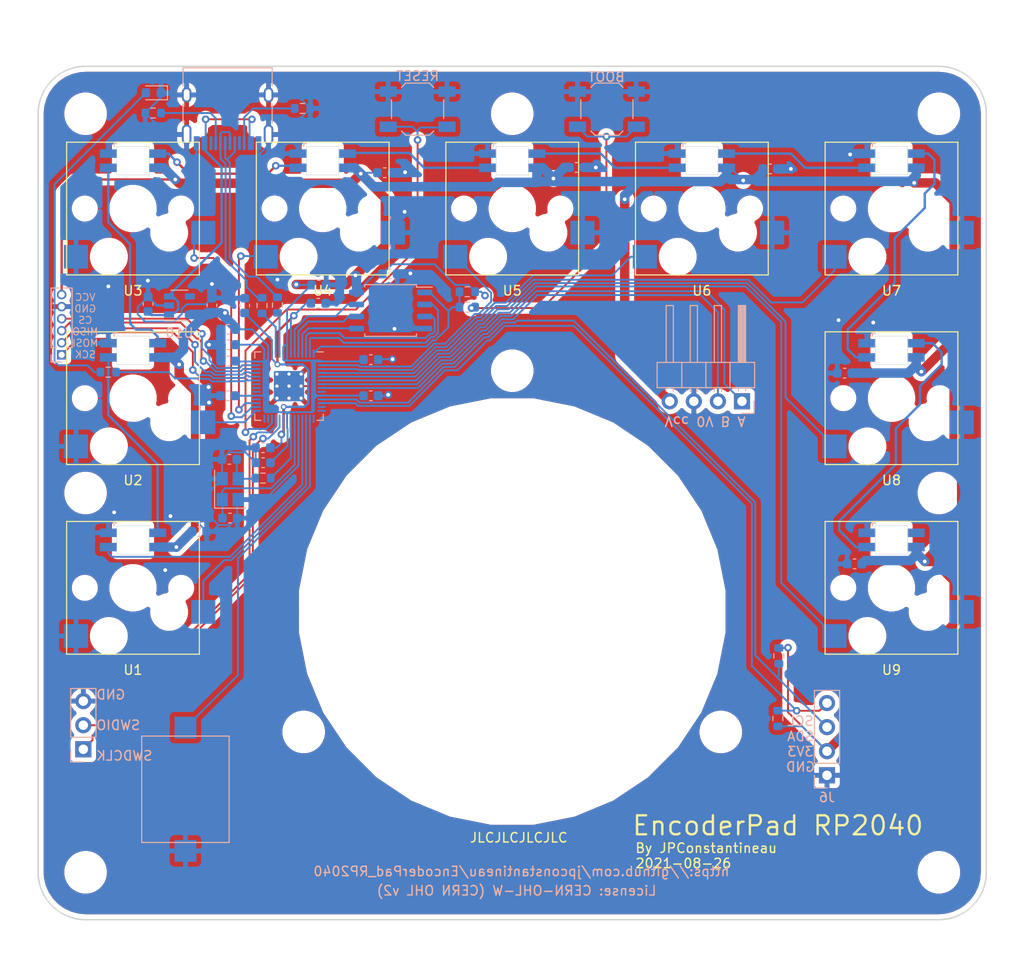
<source format=kicad_pcb>
(kicad_pcb (version 20171130) (host pcbnew "(5.1.10)-1")
  (layers (0 F.Cu signal) (31 B.Cu signal) (34 B.Paste user) (35 F.Paste user) (36 B.SilkS user) (37 F.SilkS user) (38 B.Mask user) (39 F.Mask user) (44 Edge.Cuts user))
  (net 0 "")
  (net 1 "Net-(R5-Pad1)")
  (net 2 VCC)
  (net 3 GND)
  (net 4 RESET)
  (net 5 "Net-(U1-Pad5)")
  (net 6 "Net-(U2-Pad5)")
  (net 7 "Net-(U3-Pad5)")
  (net 8 "Net-(U4-Pad5)")
  (net 9 "Net-(U5-Pad5)")
  (net 10 "Net-(U6-Pad5)")
  (net 11 "Net-(U7-Pad5)")
  (net 12 "Net-(U8-Pad5)")
  (net 13 +5V)
  (net 14 "Net-(J4-PadA5)")
  (net 15 /D-)
  (net 16 /D+)
  (net 17 "Net-(J4-PadB5)")
  (net 18 DR-)
  (net 19 DR+)
  (net 20 /QSPI_SS)
  (net 21 /QSPI_SD3)
  (net 22 /QSPI_SCLK)
  (net 23 /QSPI_SD0)
  (net 24 /QSPI_SD2)
  (net 25 /QSPI_SD1)
  (net 26 "Net-(C4-Pad1)")
  (net 27 "Net-(C5-Pad1)")
  (net 28 "Net-(R7-Pad2)")
  (net 29 +1V1)
  (net 30 ENC_B)
  (net 31 ENC_A)
  (net 32 SPEAKER)
  (net 33 NEOPIXEL)
  (net 34 SW0)
  (net 35 SW1)
  (net 36 SW2)
  (net 37 SW3)
  (net 38 SW4)
  (net 39 SW5)
  (net 40 SW6)
  (net 41 SW7)
  (net 42 SW8)
  (net 43 /SWDIO)
  (net 44 /SWDCLK)
  (net 45 SCL)
  (net 46 SDA)
  (net 47 CS)
  (net 48 MISO)
  (net 49 MOSI)
  (net 50 SCK)
  (net 51 "Net-(D1-Pad2)")
  (net 52 LED)
  (module Package_TO_SOT_SMD:SOT-23-5 (layer B.Cu) (at 64.897 85.217)
    (fp_text reference U10 (at 0 2.9) (layer B.SilkS) (effects (justify mirror)))
    (fp_text value AP2112K-3.3)
    (pad 5 smd rect (at 1.1 0.95) (size 1.06 0.65) (layers B.Cu B.Paste B.Mask) (net 2 VCC))
    (pad 4 smd rect (at 1.1 -0.95) (size 1.06 0.65) (layers B.Cu B.Paste B.Mask))
    (pad 3 smd rect (at -1.1 -0.95) (size 1.06 0.65) (layers B.Cu B.Paste B.Mask) (net 13 +5V))
    (pad 2 smd rect (at -1.1 0) (size 1.06 0.65) (layers B.Cu B.Paste B.Mask) (net 3 GND))
    (pad 1 smd rect (at -1.1 0.95) (size 1.06 0.65) (layers B.Cu B.Paste B.Mask) (net 13 +5V))
  )
  (module Connector_PinHeader_2.54mm:PinHeader_1x04_P2.54mm_Vertical (layer B.Cu) (at 133.1976 134.7724)
    (fp_text reference J6 (at 0 2.33) (layer B.SilkS) (effects (justify mirror)))
    (fp_text value Conn_01x04)
    (pad 4 thru_hole oval (at 0 -7.62) (size 1.7 1.7) (drill 1) (layers *.Cu *.Mask) (net 45 SCL))
    (pad 3 thru_hole oval (at 0 -5.08) (size 1.7 1.7) (drill 1) (layers *.Cu *.Mask) (net 46 SDA))
    (pad 2 thru_hole oval (at 0 -2.54) (size 1.7 1.7) (drill 1) (layers *.Cu *.Mask) (net 2 VCC))
    (pad 1 thru_hole rect (at 0 0) (size 1.7 1.7) (drill 1) (layers *.Cu *.Mask) (net 3 GND))
  )
  (module Resistor_SMD:R_0603_1608Metric (layer B.Cu) (at 57.3918 92.2528 180)
    (fp_text reference R10 hide)
    (fp_text value 1k)
    (pad 2 smd roundrect (at 0.825 0 180) (size 0.8 0.95) (layers B.Cu B.Paste B.Mask) (net 51 "Net-(D1-Pad2)"))
    (pad 1 smd roundrect (at -0.825 0 180) (size 0.8 0.95) (layers B.Cu B.Paste B.Mask) (net 52 LED))
  )
  (module LED_SMD:LED_0603_1608Metric (layer B.Cu) (at 62.1539 62.7888 180)
    (fp_text reference D1 hide)
    (fp_text value RED)
    (pad 2 smd roundrect (at 0.7875 0 180) (size 0.875 0.95) (layers B.Cu B.Paste B.Mask) (net 51 "Net-(D1-Pad2)"))
    (pad 1 smd roundrect (at -0.7875 0 180) (size 0.875 0.95) (layers B.Cu B.Paste B.Mask) (net 3 GND))
  )
  (module Connector_PinHeader_1.27mm:PinHeader_1x06_P1.27mm_Vertical (layer B.Cu) (at 52.4764 90.424)
    (fp_text reference J7 hide)
    (fp_text value Conn_01x06)
    (pad 6 thru_hole oval (at 0 -6.35) (size 1 1) (drill 0.65) (layers *.Cu *.Mask) (net 2 VCC))
    (pad 5 thru_hole oval (at 0 -5.08) (size 1 1) (drill 0.65) (layers *.Cu *.Mask) (net 3 GND))
    (pad 4 thru_hole oval (at 0 -3.81) (size 1 1) (drill 0.65) (layers *.Cu *.Mask) (net 47 CS))
    (pad 3 thru_hole oval (at 0 -2.54) (size 1 1) (drill 0.65) (layers *.Cu *.Mask) (net 48 MISO))
    (pad 2 thru_hole oval (at 0 -1.27) (size 1 1) (drill 0.65) (layers *.Cu *.Mask) (net 49 MOSI))
    (pad 1 thru_hole rect (at 0 0) (size 1 1) (drill 0.65) (layers *.Cu *.Mask) (net 50 SCK))
  )
  (module Resistor_SMD:R_0603_1608Metric (layer B.Cu) (at 128.1176 122.174 90)
    (fp_text reference R9 hide)
    (fp_text value 5.1k)
    (pad 2 smd roundrect (at 0.825 0 90) (size 0.8 0.95) (layers B.Cu B.Paste B.Mask) (net 2 VCC))
    (pad 1 smd roundrect (at -0.825 0 90) (size 0.8 0.95) (layers B.Cu B.Paste B.Mask) (net 46 SDA))
  )
  (module Resistor_SMD:R_0603_1608Metric (layer B.Cu) (at 128.016 128.778 270)
    (fp_text reference R8 hide)
    (fp_text value 5.1k)
    (pad 2 smd roundrect (at 0.825 0 270) (size 0.8 0.95) (layers B.Cu B.Paste B.Mask) (net 2 VCC))
    (pad 1 smd roundrect (at -0.825 0 270) (size 0.8 0.95) (layers B.Cu B.Paste B.Mask) (net 45 SCL))
  )
  (module Connector_PinHeader_2.54mm:PinHeader_1x03_P2.54mm_Vertical (layer B.Cu) (at 54.7624 132.0292)
    (fp_text reference J5 hide)
    (fp_text value Conn_01x02)
    (pad 3 thru_hole oval (at 0 -5.08) (size 1.7 1.7) (drill 1) (layers *.Cu *.Mask) (net 3 GND))
    (pad 2 thru_hole oval (at 0 -2.54) (size 1.7 1.7) (drill 1) (layers *.Cu *.Mask) (net 43 /SWDIO))
    (pad 1 thru_hole rect (at 0 0) (size 1.7 1.7) (drill 1) (layers *.Cu *.Mask) (net 44 /SWDCLK))
  )
  (module CherryMX_PCB_KailhSocket_LTST-A683CEGBW-Rotated:CherryMX_1.00u_PCB_KailhSocket_LTST-A683CEGBW-Rotated (layer F.Cu) (at 140 115 180)
    (fp_text reference U9 (at 0 -8.6625) (layer F.SilkS))
    (fp_text value CherryMX_LTST-A683CEGBW)
    (fp_line (start -1.7 6.55) (end -1.7 3.55) (layer Edge.Cuts) (width 0.05))
    (fp_line (start 1.7 6.55) (end -1.7 6.55) (layer Edge.Cuts) (width 0.05))
    (fp_line (start 1.7 3.55) (end 1.7 6.55) (layer Edge.Cuts) (width 0.05))
    (fp_line (start -1.7 3.55) (end 1.7 3.55) (layer Edge.Cuts) (width 0.05))
    (pad 3 smd rect (at 2.6 5.8 180) (size 1.8 0.9) (layers B.Cu B.Paste B.Mask) (net 3 GND))
    (pad 4 smd rect (at 2.6 4.3 180) (size 1.8 0.9) (layers B.Cu B.Paste B.Mask) (net 12 "Net-(U8-Pad5)"))
    (pad 5 smd rect (at -2.6 5.8 180) (size 1.8 0.9) (layers B.Cu B.Paste B.Mask))
    (pad 6 smd rect (at -2.6 4.3 180) (size 1.8 0.9) (layers B.Cu B.Paste B.Mask) (net 2 VCC))
    (pad 2 smd rect (at 6.015 -5.08 180) (size 2.55 2.5) (layers B.Cu B.Paste B.Mask) (net 42 SW8))
    (pad 1 smd rect (at -7.41 -2.54 180) (size 2.55 2.5) (layers B.Cu B.Paste B.Mask) (net 3 GND))
    (pad "" np_thru_hole circle (at 2.54 -5.08 180) (size 3 3) (drill 3) (layers *.Cu *.Mask))
    (pad "" np_thru_hole circle (at -3.81 -2.54 180) (size 3 3) (drill 3) (layers *.Cu *.Mask))
    (pad "" np_thru_hole circle (at 5.08 0 180) (size 1.75 1.75) (drill 1.75) (layers *.Cu *.Mask))
    (pad "" np_thru_hole circle (at -5.08 0 180) (size 1.75 1.75) (drill 1.75) (layers *.Cu *.Mask))
    (pad "" np_thru_hole circle (at 0 0 180) (size 4 4) (drill 4) (layers *.Cu *.Mask))
  )
  (module CherryMX_PCB_KailhSocket_LTST-A683CEGBW-Rotated:CherryMX_1.00u_PCB_KailhSocket_LTST-A683CEGBW-Rotated (layer F.Cu) (at 140 95 180)
    (fp_text reference U8 (at 0 -8.6625) (layer F.SilkS))
    (fp_text value CherryMX_LTST-A683CEGBW)
    (fp_line (start -1.7 6.55) (end -1.7 3.55) (layer Edge.Cuts) (width 0.05))
    (fp_line (start 1.7 6.55) (end -1.7 6.55) (layer Edge.Cuts) (width 0.05))
    (fp_line (start 1.7 3.55) (end 1.7 6.55) (layer Edge.Cuts) (width 0.05))
    (fp_line (start -1.7 3.55) (end 1.7 3.55) (layer Edge.Cuts) (width 0.05))
    (pad 3 smd rect (at 2.6 5.8 180) (size 1.8 0.9) (layers B.Cu B.Paste B.Mask) (net 3 GND))
    (pad 4 smd rect (at 2.6 4.3 180) (size 1.8 0.9) (layers B.Cu B.Paste B.Mask) (net 11 "Net-(U7-Pad5)"))
    (pad 5 smd rect (at -2.6 5.8 180) (size 1.8 0.9) (layers B.Cu B.Paste B.Mask) (net 12 "Net-(U8-Pad5)"))
    (pad 6 smd rect (at -2.6 4.3 180) (size 1.8 0.9) (layers B.Cu B.Paste B.Mask) (net 2 VCC))
    (pad 2 smd rect (at 6.015 -5.08 180) (size 2.55 2.5) (layers B.Cu B.Paste B.Mask) (net 41 SW7))
    (pad 1 smd rect (at -7.41 -2.54 180) (size 2.55 2.5) (layers B.Cu B.Paste B.Mask) (net 3 GND))
    (pad "" np_thru_hole circle (at 2.54 -5.08 180) (size 3 3) (drill 3) (layers *.Cu *.Mask))
    (pad "" np_thru_hole circle (at -3.81 -2.54 180) (size 3 3) (drill 3) (layers *.Cu *.Mask))
    (pad "" np_thru_hole circle (at 5.08 0 180) (size 1.75 1.75) (drill 1.75) (layers *.Cu *.Mask))
    (pad "" np_thru_hole circle (at -5.08 0 180) (size 1.75 1.75) (drill 1.75) (layers *.Cu *.Mask))
    (pad "" np_thru_hole circle (at 0 0 180) (size 4 4) (drill 4) (layers *.Cu *.Mask))
  )
  (module CherryMX_PCB_KailhSocket_LTST-A683CEGBW-Rotated:CherryMX_1.00u_PCB_KailhSocket_LTST-A683CEGBW-Rotated (layer F.Cu) (at 140 75 180)
    (fp_text reference U7 (at 0 -8.6625) (layer F.SilkS))
    (fp_text value CherryMX_LTST-A683CEGBW)
    (fp_line (start -1.7 6.55) (end -1.7 3.55) (layer Edge.Cuts) (width 0.05))
    (fp_line (start 1.7 6.55) (end -1.7 6.55) (layer Edge.Cuts) (width 0.05))
    (fp_line (start 1.7 3.55) (end 1.7 6.55) (layer Edge.Cuts) (width 0.05))
    (fp_line (start -1.7 3.55) (end 1.7 3.55) (layer Edge.Cuts) (width 0.05))
    (pad 3 smd rect (at 2.6 5.8 180) (size 1.8 0.9) (layers B.Cu B.Paste B.Mask) (net 3 GND))
    (pad 4 smd rect (at 2.6 4.3 180) (size 1.8 0.9) (layers B.Cu B.Paste B.Mask) (net 10 "Net-(U6-Pad5)"))
    (pad 5 smd rect (at -2.6 5.8 180) (size 1.8 0.9) (layers B.Cu B.Paste B.Mask) (net 11 "Net-(U7-Pad5)"))
    (pad 6 smd rect (at -2.6 4.3 180) (size 1.8 0.9) (layers B.Cu B.Paste B.Mask) (net 2 VCC))
    (pad 2 smd rect (at 6.015 -5.08 180) (size 2.55 2.5) (layers B.Cu B.Paste B.Mask) (net 40 SW6))
    (pad 1 smd rect (at -7.41 -2.54 180) (size 2.55 2.5) (layers B.Cu B.Paste B.Mask) (net 3 GND))
    (pad "" np_thru_hole circle (at 2.54 -5.08 180) (size 3 3) (drill 3) (layers *.Cu *.Mask))
    (pad "" np_thru_hole circle (at -3.81 -2.54 180) (size 3 3) (drill 3) (layers *.Cu *.Mask))
    (pad "" np_thru_hole circle (at 5.08 0 180) (size 1.75 1.75) (drill 1.75) (layers *.Cu *.Mask))
    (pad "" np_thru_hole circle (at -5.08 0 180) (size 1.75 1.75) (drill 1.75) (layers *.Cu *.Mask))
    (pad "" np_thru_hole circle (at 0 0 180) (size 4 4) (drill 4) (layers *.Cu *.Mask))
  )
  (module CherryMX_PCB_KailhSocket_LTST-A683CEGBW-Rotated:CherryMX_1.00u_PCB_KailhSocket_LTST-A683CEGBW-Rotated (layer F.Cu) (at 120 75 180)
    (fp_text reference U6 (at 0 -8.6625) (layer F.SilkS))
    (fp_text value CherryMX_LTST-A683CEGBW)
    (fp_line (start -1.7 6.55) (end -1.7 3.55) (layer Edge.Cuts) (width 0.05))
    (fp_line (start 1.7 6.55) (end -1.7 6.55) (layer Edge.Cuts) (width 0.05))
    (fp_line (start 1.7 3.55) (end 1.7 6.55) (layer Edge.Cuts) (width 0.05))
    (fp_line (start -1.7 3.55) (end 1.7 3.55) (layer Edge.Cuts) (width 0.05))
    (pad 3 smd rect (at 2.6 5.8 180) (size 1.8 0.9) (layers B.Cu B.Paste B.Mask) (net 3 GND))
    (pad 4 smd rect (at 2.6 4.3 180) (size 1.8 0.9) (layers B.Cu B.Paste B.Mask) (net 9 "Net-(U5-Pad5)"))
    (pad 5 smd rect (at -2.6 5.8 180) (size 1.8 0.9) (layers B.Cu B.Paste B.Mask) (net 10 "Net-(U6-Pad5)"))
    (pad 6 smd rect (at -2.6 4.3 180) (size 1.8 0.9) (layers B.Cu B.Paste B.Mask) (net 2 VCC))
    (pad 2 smd rect (at 6.015 -5.08 180) (size 2.55 2.5) (layers B.Cu B.Paste B.Mask) (net 39 SW5))
    (pad 1 smd rect (at -7.41 -2.54 180) (size 2.55 2.5) (layers B.Cu B.Paste B.Mask) (net 3 GND))
    (pad "" np_thru_hole circle (at 2.54 -5.08 180) (size 3 3) (drill 3) (layers *.Cu *.Mask))
    (pad "" np_thru_hole circle (at -3.81 -2.54 180) (size 3 3) (drill 3) (layers *.Cu *.Mask))
    (pad "" np_thru_hole circle (at 5.08 0 180) (size 1.75 1.75) (drill 1.75) (layers *.Cu *.Mask))
    (pad "" np_thru_hole circle (at -5.08 0 180) (size 1.75 1.75) (drill 1.75) (layers *.Cu *.Mask))
    (pad "" np_thru_hole circle (at 0 0 180) (size 4 4) (drill 4) (layers *.Cu *.Mask))
  )
  (module CherryMX_PCB_KailhSocket_LTST-A683CEGBW-Rotated:CherryMX_1.00u_PCB_KailhSocket_LTST-A683CEGBW-Rotated (layer F.Cu) (at 100 75 180)
    (fp_text reference U5 (at 0 -8.6625) (layer F.SilkS))
    (fp_text value CherryMX_LTST-A683CEGBW)
    (fp_line (start -1.7 6.55) (end -1.7 3.55) (layer Edge.Cuts) (width 0.05))
    (fp_line (start 1.7 6.55) (end -1.7 6.55) (layer Edge.Cuts) (width 0.05))
    (fp_line (start 1.7 3.55) (end 1.7 6.55) (layer Edge.Cuts) (width 0.05))
    (fp_line (start -1.7 3.55) (end 1.7 3.55) (layer Edge.Cuts) (width 0.05))
    (pad 3 smd rect (at 2.6 5.8 180) (size 1.8 0.9) (layers B.Cu B.Paste B.Mask) (net 3 GND))
    (pad 4 smd rect (at 2.6 4.3 180) (size 1.8 0.9) (layers B.Cu B.Paste B.Mask) (net 8 "Net-(U4-Pad5)"))
    (pad 5 smd rect (at -2.6 5.8 180) (size 1.8 0.9) (layers B.Cu B.Paste B.Mask) (net 9 "Net-(U5-Pad5)"))
    (pad 6 smd rect (at -2.6 4.3 180) (size 1.8 0.9) (layers B.Cu B.Paste B.Mask) (net 2 VCC))
    (pad 2 smd rect (at 6.015 -5.08 180) (size 2.55 2.5) (layers B.Cu B.Paste B.Mask) (net 38 SW4))
    (pad 1 smd rect (at -7.41 -2.54 180) (size 2.55 2.5) (layers B.Cu B.Paste B.Mask) (net 3 GND))
    (pad "" np_thru_hole circle (at 2.54 -5.08 180) (size 3 3) (drill 3) (layers *.Cu *.Mask))
    (pad "" np_thru_hole circle (at -3.81 -2.54 180) (size 3 3) (drill 3) (layers *.Cu *.Mask))
    (pad "" np_thru_hole circle (at 5.08 0 180) (size 1.75 1.75) (drill 1.75) (layers *.Cu *.Mask))
    (pad "" np_thru_hole circle (at -5.08 0 180) (size 1.75 1.75) (drill 1.75) (layers *.Cu *.Mask))
    (pad "" np_thru_hole circle (at 0 0 180) (size 4 4) (drill 4) (layers *.Cu *.Mask))
  )
  (module CherryMX_PCB_KailhSocket_LTST-A683CEGBW-Rotated:CherryMX_1.00u_PCB_KailhSocket_LTST-A683CEGBW-Rotated (layer F.Cu) (at 80.01 75 180)
    (fp_text reference U4 (at 0 -8.6625) (layer F.SilkS))
    (fp_text value CherryMX_LTST-A683CEGBW)
    (fp_line (start -1.7 6.55) (end -1.7 3.55) (layer Edge.Cuts) (width 0.05))
    (fp_line (start 1.7 6.55) (end -1.7 6.55) (layer Edge.Cuts) (width 0.05))
    (fp_line (start 1.7 3.55) (end 1.7 6.55) (layer Edge.Cuts) (width 0.05))
    (fp_line (start -1.7 3.55) (end 1.7 3.55) (layer Edge.Cuts) (width 0.05))
    (pad 3 smd rect (at 2.6 5.8 180) (size 1.8 0.9) (layers B.Cu B.Paste B.Mask) (net 3 GND))
    (pad 4 smd rect (at 2.6 4.3 180) (size 1.8 0.9) (layers B.Cu B.Paste B.Mask) (net 7 "Net-(U3-Pad5)"))
    (pad 5 smd rect (at -2.6 5.8 180) (size 1.8 0.9) (layers B.Cu B.Paste B.Mask) (net 8 "Net-(U4-Pad5)"))
    (pad 6 smd rect (at -2.6 4.3 180) (size 1.8 0.9) (layers B.Cu B.Paste B.Mask) (net 2 VCC))
    (pad 2 smd rect (at 6.015 -5.08 180) (size 2.55 2.5) (layers B.Cu B.Paste B.Mask) (net 37 SW3))
    (pad 1 smd rect (at -7.41 -2.54 180) (size 2.55 2.5) (layers B.Cu B.Paste B.Mask) (net 3 GND))
    (pad "" np_thru_hole circle (at 2.54 -5.08 180) (size 3 3) (drill 3) (layers *.Cu *.Mask))
    (pad "" np_thru_hole circle (at -3.81 -2.54 180) (size 3 3) (drill 3) (layers *.Cu *.Mask))
    (pad "" np_thru_hole circle (at 5.08 0 180) (size 1.75 1.75) (drill 1.75) (layers *.Cu *.Mask))
    (pad "" np_thru_hole circle (at -5.08 0 180) (size 1.75 1.75) (drill 1.75) (layers *.Cu *.Mask))
    (pad "" np_thru_hole circle (at 0 0 180) (size 4 4) (drill 4) (layers *.Cu *.Mask))
  )
  (module CherryMX_PCB_KailhSocket_LTST-A683CEGBW-Rotated:CherryMX_1.00u_PCB_KailhSocket_LTST-A683CEGBW-Rotated (layer F.Cu) (at 60 75 180)
    (fp_text reference U3 (at 0 -8.6625) (layer F.SilkS))
    (fp_text value CherryMX_LTST-A683CEGBW)
    (fp_line (start -1.7 6.55) (end -1.7 3.55) (layer Edge.Cuts) (width 0.05))
    (fp_line (start 1.7 6.55) (end -1.7 6.55) (layer Edge.Cuts) (width 0.05))
    (fp_line (start 1.7 3.55) (end 1.7 6.55) (layer Edge.Cuts) (width 0.05))
    (fp_line (start -1.7 3.55) (end 1.7 3.55) (layer Edge.Cuts) (width 0.05))
    (pad 3 smd rect (at 2.6 5.8 180) (size 1.8 0.9) (layers B.Cu B.Paste B.Mask) (net 3 GND))
    (pad 4 smd rect (at 2.6 4.3 180) (size 1.8 0.9) (layers B.Cu B.Paste B.Mask) (net 6 "Net-(U2-Pad5)"))
    (pad 5 smd rect (at -2.6 5.8 180) (size 1.8 0.9) (layers B.Cu B.Paste B.Mask) (net 7 "Net-(U3-Pad5)"))
    (pad 6 smd rect (at -2.6 4.3 180) (size 1.8 0.9) (layers B.Cu B.Paste B.Mask) (net 2 VCC))
    (pad 2 smd rect (at 6.015 -5.08 180) (size 2.55 2.5) (layers B.Cu B.Paste B.Mask) (net 3 GND))
    (pad 1 smd rect (at -7.41 -2.54 180) (size 2.55 2.5) (layers B.Cu B.Paste B.Mask) (net 36 SW2))
    (pad "" np_thru_hole circle (at 2.54 -5.08 180) (size 3 3) (drill 3) (layers *.Cu *.Mask))
    (pad "" np_thru_hole circle (at -3.81 -2.54 180) (size 3 3) (drill 3) (layers *.Cu *.Mask))
    (pad "" np_thru_hole circle (at 5.08 0 180) (size 1.75 1.75) (drill 1.75) (layers *.Cu *.Mask))
    (pad "" np_thru_hole circle (at -5.08 0 180) (size 1.75 1.75) (drill 1.75) (layers *.Cu *.Mask))
    (pad "" np_thru_hole circle (at 0 0 180) (size 4 4) (drill 4) (layers *.Cu *.Mask))
  )
  (module CherryMX_PCB_KailhSocket_LTST-A683CEGBW-Rotated:CherryMX_1.00u_PCB_KailhSocket_LTST-A683CEGBW-Rotated (layer F.Cu) (at 60 95 180)
    (fp_text reference U2 (at 0 -8.6625) (layer F.SilkS))
    (fp_text value CherryMX_LTST-A683CEGBW)
    (fp_line (start -1.7 6.55) (end -1.7 3.55) (layer Edge.Cuts) (width 0.05))
    (fp_line (start 1.7 6.55) (end -1.7 6.55) (layer Edge.Cuts) (width 0.05))
    (fp_line (start 1.7 3.55) (end 1.7 6.55) (layer Edge.Cuts) (width 0.05))
    (fp_line (start -1.7 3.55) (end 1.7 3.55) (layer Edge.Cuts) (width 0.05))
    (pad 3 smd rect (at 2.6 5.8 180) (size 1.8 0.9) (layers B.Cu B.Paste B.Mask) (net 3 GND))
    (pad 4 smd rect (at 2.6 4.3 180) (size 1.8 0.9) (layers B.Cu B.Paste B.Mask) (net 5 "Net-(U1-Pad5)"))
    (pad 5 smd rect (at -2.6 5.8 180) (size 1.8 0.9) (layers B.Cu B.Paste B.Mask) (net 6 "Net-(U2-Pad5)"))
    (pad 6 smd rect (at -2.6 4.3 180) (size 1.8 0.9) (layers B.Cu B.Paste B.Mask) (net 2 VCC))
    (pad 2 smd rect (at 6.015 -5.08 180) (size 2.55 2.5) (layers B.Cu B.Paste B.Mask) (net 3 GND))
    (pad 1 smd rect (at -7.41 -2.54 180) (size 2.55 2.5) (layers B.Cu B.Paste B.Mask) (net 35 SW1))
    (pad "" np_thru_hole circle (at 2.54 -5.08 180) (size 3 3) (drill 3) (layers *.Cu *.Mask))
    (pad "" np_thru_hole circle (at -3.81 -2.54 180) (size 3 3) (drill 3) (layers *.Cu *.Mask))
    (pad "" np_thru_hole circle (at 5.08 0 180) (size 1.75 1.75) (drill 1.75) (layers *.Cu *.Mask))
    (pad "" np_thru_hole circle (at -5.08 0 180) (size 1.75 1.75) (drill 1.75) (layers *.Cu *.Mask))
    (pad "" np_thru_hole circle (at 0 0 180) (size 4 4) (drill 4) (layers *.Cu *.Mask))
  )
  (module CherryMX_PCB_KailhSocket_LTST-A683CEGBW-Rotated:CherryMX_1.00u_PCB_KailhSocket_LTST-A683CEGBW-Rotated (layer F.Cu) (at 60 115 180)
    (fp_text reference U1 (at 0 -8.6625) (layer F.SilkS))
    (fp_text value CherryMX_LTST-A683CEGBW)
    (fp_line (start -1.7 6.55) (end -1.7 3.55) (layer Edge.Cuts) (width 0.05))
    (fp_line (start 1.7 6.55) (end -1.7 6.55) (layer Edge.Cuts) (width 0.05))
    (fp_line (start 1.7 3.55) (end 1.7 6.55) (layer Edge.Cuts) (width 0.05))
    (fp_line (start -1.7 3.55) (end 1.7 3.55) (layer Edge.Cuts) (width 0.05))
    (pad 3 smd rect (at 2.6 5.8 180) (size 1.8 0.9) (layers B.Cu B.Paste B.Mask) (net 3 GND))
    (pad 4 smd rect (at 2.6 4.3 180) (size 1.8 0.9) (layers B.Cu B.Paste B.Mask) (net 33 NEOPIXEL))
    (pad 5 smd rect (at -2.6 5.8 180) (size 1.8 0.9) (layers B.Cu B.Paste B.Mask) (net 5 "Net-(U1-Pad5)"))
    (pad 6 smd rect (at -2.6 4.3 180) (size 1.8 0.9) (layers B.Cu B.Paste B.Mask) (net 2 VCC))
    (pad 2 smd rect (at 6.015 -5.08 180) (size 2.55 2.5) (layers B.Cu B.Paste B.Mask) (net 3 GND))
    (pad 1 smd rect (at -7.41 -2.54 180) (size 2.55 2.5) (layers B.Cu B.Paste B.Mask) (net 34 SW0))
    (pad "" np_thru_hole circle (at 2.54 -5.08 180) (size 3 3) (drill 3) (layers *.Cu *.Mask))
    (pad "" np_thru_hole circle (at -3.81 -2.54 180) (size 3 3) (drill 3) (layers *.Cu *.Mask))
    (pad "" np_thru_hole circle (at 5.08 0 180) (size 1.75 1.75) (drill 1.75) (layers *.Cu *.Mask))
    (pad "" np_thru_hole circle (at -5.08 0 180) (size 1.75 1.75) (drill 1.75) (layers *.Cu *.Mask))
    (pad "" np_thru_hole circle (at 0 0 180) (size 4 4) (drill 4) (layers *.Cu *.Mask))
  )
  (module Capacitor_SMD:C_0603_1608Metric (layer B.Cu) (at 136.1062 112.4712 180)
    (fp_text reference C22 hide)
    (fp_text value 100n)
    (pad 2 smd roundrect (at 0.775 0 180) (size 0.9 0.95) (layers B.Cu B.Paste B.Mask) (net 3 GND))
    (pad 1 smd roundrect (at -0.775 0 180) (size 0.9 0.95) (layers B.Cu B.Paste B.Mask) (net 2 VCC))
  )
  (module Capacitor_SMD:C_0603_1608Metric (layer B.Cu) (at 135.0642 92.3544 180)
    (fp_text reference C21 hide)
    (fp_text value 10u)
    (pad 2 smd roundrect (at 0.775 0 180) (size 0.9 0.95) (layers B.Cu B.Paste B.Mask) (net 3 GND))
    (pad 1 smd roundrect (at -0.775 0 180) (size 0.9 0.95) (layers B.Cu B.Paste B.Mask) (net 2 VCC))
  )
  (module Capacitor_SMD:C_0603_1608Metric (layer B.Cu) (at 127.2032 70.8152)
    (fp_text reference C20 hide)
    (fp_text value 100n)
    (pad 2 smd roundrect (at 0.775 0) (size 0.9 0.95) (layers B.Cu B.Paste B.Mask) (net 3 GND))
    (pad 1 smd roundrect (at -0.775 0) (size 0.9 0.95) (layers B.Cu B.Paste B.Mask) (net 2 VCC))
  )
  (module Capacitor_SMD:C_0603_1608Metric (layer B.Cu) (at 106.7816 70.6628)
    (fp_text reference C19 hide)
    (fp_text value 10u)
    (pad 2 smd roundrect (at 0.775 0) (size 0.9 0.95) (layers B.Cu B.Paste B.Mask) (net 3 GND))
    (pad 1 smd roundrect (at -0.775 0) (size 0.9 0.95) (layers B.Cu B.Paste B.Mask) (net 2 VCC))
  )
  (module Capacitor_SMD:C_0603_1608Metric (layer B.Cu) (at 66.9922 109.0676)
    (fp_text reference C18 hide)
    (fp_text value 100n)
    (pad 2 smd roundrect (at 0.775 0) (size 0.9 0.95) (layers B.Cu B.Paste B.Mask) (net 3 GND))
    (pad 1 smd roundrect (at -0.775 0) (size 0.9 0.95) (layers B.Cu B.Paste B.Mask) (net 2 VCC))
  )
  (module Capacitor_SMD:C_0603_1608Metric (layer B.Cu) (at 86.5502 71.2216)
    (fp_text reference C17 hide)
    (fp_text value 10u)
    (pad 2 smd roundrect (at 0.775 0) (size 0.9 0.95) (layers B.Cu B.Paste B.Mask) (net 3 GND))
    (pad 1 smd roundrect (at -0.775 0) (size 0.9 0.95) (layers B.Cu B.Paste B.Mask) (net 2 VCC))
  )
  (module Capacitor_SMD:C_0603_1608Metric (layer B.Cu) (at 70.0402 87.7316 180)
    (fp_text reference C16 hide)
    (fp_text value 1u)
    (pad 2 smd roundrect (at 0.775 0 180) (size 0.9 0.95) (layers B.Cu B.Paste B.Mask) (net 3 GND))
    (pad 1 smd roundrect (at -0.775 0 180) (size 0.9 0.95) (layers B.Cu B.Paste B.Mask) (net 2 VCC))
  )
  (module Capacitor_SMD:C_0603_1608Metric (layer B.Cu) (at 85.09 90.932)
    (fp_text reference C15 hide)
    (fp_text value 100n)
    (pad 2 smd roundrect (at 0.775 0) (size 0.9 0.95) (layers B.Cu B.Paste B.Mask) (net 3 GND))
    (pad 1 smd roundrect (at -0.775 0) (size 0.9 0.95) (layers B.Cu B.Paste B.Mask) (net 2 VCC))
  )
  (module Capacitor_SMD:C_0603_1608Metric (layer B.Cu) (at 69.9894 94.742 180)
    (fp_text reference C14 hide)
    (fp_text value 100n)
    (pad 2 smd roundrect (at 0.775 0 180) (size 0.9 0.95) (layers B.Cu B.Paste B.Mask) (net 3 GND))
    (pad 1 smd roundrect (at -0.775 0 180) (size 0.9 0.95) (layers B.Cu B.Paste B.Mask) (net 2 VCC))
  )
  (module Capacitor_SMD:C_0603_1608Metric (layer B.Cu) (at 70.0402 89.3572 180)
    (fp_text reference C13 hide)
    (fp_text value 100n)
    (pad 2 smd roundrect (at 0.775 0 180) (size 0.9 0.95) (layers B.Cu B.Paste B.Mask) (net 3 GND))
    (pad 1 smd roundrect (at -0.775 0 180) (size 0.9 0.95) (layers B.Cu B.Paste B.Mask) (net 2 VCC))
  )
  (module Capacitor_SMD:C_0603_1608Metric (layer B.Cu) (at 79.6036 83.058)
    (fp_text reference C12 hide)
    (fp_text value 100n)
    (pad 2 smd roundrect (at 0.775 0) (size 0.9 0.95) (layers B.Cu B.Paste B.Mask) (net 3 GND))
    (pad 1 smd roundrect (at -0.775 0) (size 0.9 0.95) (layers B.Cu B.Paste B.Mask) (net 2 VCC))
  )
  (module Capacitor_SMD:C_0603_1608Metric (layer B.Cu) (at 73.7238 101.8032 180)
    (fp_text reference C11 hide)
    (fp_text value 100n)
    (pad 2 smd roundrect (at 0.775 0 180) (size 0.9 0.95) (layers B.Cu B.Paste B.Mask) (net 3 GND))
    (pad 1 smd roundrect (at -0.775 0 180) (size 0.9 0.95) (layers B.Cu B.Paste B.Mask) (net 2 VCC))
  )
  (module Capacitor_SMD:C_0603_1608Metric (layer B.Cu) (at 70.0532 91.0844 180)
    (fp_text reference C10 hide)
    (fp_text value 100n)
    (pad 2 smd roundrect (at 0.775 0 180) (size 0.9 0.95) (layers B.Cu B.Paste B.Mask) (net 3 GND))
    (pad 1 smd roundrect (at -0.775 0 180) (size 0.9 0.95) (layers B.Cu B.Paste B.Mask) (net 2 VCC))
  )
  (module Capacitor_SMD:C_0603_1608Metric (layer B.Cu) (at 85.09 94.742)
    (fp_text reference C9 hide)
    (fp_text value 100n)
    (pad 2 smd roundrect (at 0.775 0) (size 0.9 0.95) (layers B.Cu B.Paste B.Mask) (net 3 GND))
    (pad 1 smd roundrect (at -0.775 0) (size 0.9 0.95) (layers B.Cu B.Paste B.Mask) (net 2 VCC))
  )
  (module Capacitor_SMD:C_0603_1608Metric (layer B.Cu) (at 79.5398 84.9884)
    (fp_text reference C8 hide)
    (fp_text value 100n)
    (pad 2 smd roundrect (at 0.775 0) (size 0.9 0.95) (layers B.Cu B.Paste B.Mask) (net 3 GND))
    (pad 1 smd roundrect (at -0.775 0) (size 0.9 0.95) (layers B.Cu B.Paste B.Mask) (net 29 +1V1))
  )
  (module Capacitor_SMD:C_0603_1608Metric (layer B.Cu) (at 73.7108 100.2284 180)
    (fp_text reference C7 hide)
    (fp_text value 100n)
    (pad 2 smd roundrect (at 0.775 0 180) (size 0.9 0.95) (layers B.Cu B.Paste B.Mask) (net 3 GND))
    (pad 1 smd roundrect (at -0.775 0 180) (size 0.9 0.95) (layers B.Cu B.Paste B.Mask) (net 29 +1V1))
  )
  (module Capacitor_SMD:C_0603_1608Metric (layer B.Cu) (at 71.7804 85.2294 90)
    (fp_text reference C6 hide)
    (fp_text value 1u)
    (pad 2 smd roundrect (at 0.775 0 90) (size 0.9 0.95) (layers B.Cu B.Paste B.Mask) (net 3 GND))
    (pad 1 smd roundrect (at -0.775 0 90) (size 0.9 0.95) (layers B.Cu B.Paste B.Mask) (net 29 +1V1))
  )
  (module Crystal:Crystal_SMD_3225-4Pin_3.2x2.5mm (layer B.Cu) (at 70.2564 104.5972 90)
    (fp_text reference Y1 hide)
    (fp_text value Crystal_GND24_Small)
    (pad 4 smd rect (at -1.1 0.85 90) (size 1.4 1.2) (layers B.Cu B.Paste B.Mask) (net 3 GND))
    (pad 3 smd rect (at 1.1 0.85 90) (size 1.4 1.2) (layers B.Cu B.Paste B.Mask) (net 27 "Net-(C5-Pad1)"))
    (pad 2 smd rect (at 1.1 -0.85 90) (size 1.4 1.2) (layers B.Cu B.Paste B.Mask) (net 3 GND))
    (pad 1 smd rect (at -1.1 -0.85 90) (size 1.4 1.2) (layers B.Cu B.Paste B.Mask) (net 26 "Net-(C4-Pad1)"))
  )
  (module Resistor_SMD:R_0603_1608Metric (layer B.Cu) (at 73.7108 103.4288)
    (fp_text reference R7 hide)
    (fp_text value 1k)
    (pad 2 smd roundrect (at 0.825 0) (size 0.8 0.95) (layers B.Cu B.Paste B.Mask) (net 28 "Net-(R7-Pad2)"))
    (pad 1 smd roundrect (at -0.825 0) (size 0.8 0.95) (layers B.Cu B.Paste B.Mask) (net 27 "Net-(C5-Pad1)"))
  )
  (module Connector_PinHeader_2.54mm:PinHeader_1x04_P2.54mm_Horizontal (layer B.Cu) (at 124.2314 95.3262 90)
    (fp_text reference J3 hide)
    (fp_text value Conn_01x04)
    (pad 4 thru_hole oval (at 0 -7.62 90) (size 1.7 1.7) (drill 1) (layers *.Cu *.Mask) (net 2 VCC))
    (pad 3 thru_hole oval (at 0 -5.08 90) (size 1.7 1.7) (drill 1) (layers *.Cu *.Mask) (net 3 GND))
    (pad 2 thru_hole oval (at 0 -2.54 90) (size 1.7 1.7) (drill 1) (layers *.Cu *.Mask) (net 30 ENC_B))
    (pad 1 thru_hole rect (at 0 0 90) (size 1.7 1.7) (drill 1) (layers *.Cu *.Mask) (net 31 ENC_A))
  )
  (module Capacitor_SMD:C_0603_1608Metric (layer B.Cu) (at 70.1678 101.4476 180)
    (fp_text reference C5 hide)
    (fp_text value 15pf)
    (pad 2 smd roundrect (at 0.775 0 180) (size 0.9 0.95) (layers B.Cu B.Paste B.Mask) (net 3 GND))
    (pad 1 smd roundrect (at -0.775 0 180) (size 0.9 0.95) (layers B.Cu B.Paste B.Mask) (net 27 "Net-(C5-Pad1)"))
  )
  (module Capacitor_SMD:C_0603_1608Metric (layer B.Cu) (at 70.2186 107.6452)
    (fp_text reference C4 hide)
    (fp_text value 15pf)
    (pad 2 smd roundrect (at 0.775 0) (size 0.9 0.95) (layers B.Cu B.Paste B.Mask) (net 3 GND))
    (pad 1 smd roundrect (at -0.775 0) (size 0.9 0.95) (layers B.Cu B.Paste B.Mask) (net 26 "Net-(C4-Pad1)"))
  )
  (module E73:SW_TACT_ALPS_SKQGABE010 (layer B.Cu) (at 109.982 64.516 180)
    (fp_text reference SW1 hide)
    (fp_text value BOOT (at 0.0508 3.4036) (layer B.SilkS) (effects (justify mirror)))
    (pad 2 smd rect (at 3.1 -1.85 180) (size 1.8 1.1) (layers B.Cu B.Paste B.Mask) (net 1 "Net-(R5-Pad1)"))
    (pad 2 smd rect (at -3.1 -1.85 180) (size 1.8 1.1) (layers B.Cu B.Paste B.Mask) (net 1 "Net-(R5-Pad1)"))
    (pad 1 smd rect (at 3.1 1.85 180) (size 1.8 1.1) (layers B.Cu B.Paste B.Mask) (net 3 GND))
    (pad 1 smd rect (at -3.1 1.85 180) (size 1.8 1.1) (layers B.Cu B.Paste B.Mask) (net 3 GND))
  )
  (module Resistor_SMD:R_0603_1608Metric (layer B.Cu) (at 95.2622 83.7692)
    (fp_text reference R6 hide)
    (fp_text value DNP)
    (pad 2 smd roundrect (at 0.825 0) (size 0.8 0.95) (layers B.Cu B.Paste B.Mask) (net 2 VCC))
    (pad 1 smd roundrect (at -0.825 0) (size 0.8 0.95) (layers B.Cu B.Paste B.Mask) (net 20 /QSPI_SS))
  )
  (module Resistor_SMD:R_0603_1608Metric (layer B.Cu) (at 95.2622 85.3948 180)
    (fp_text reference R5 hide)
    (fp_text value 1k)
    (pad 2 smd roundrect (at 0.825 0 180) (size 0.8 0.95) (layers B.Cu B.Paste B.Mask) (net 20 /QSPI_SS))
    (pad 1 smd roundrect (at -0.825 0 180) (size 0.8 0.95) (layers B.Cu B.Paste B.Mask) (net 1 "Net-(R5-Pad1)"))
  )
  (module Capacitor_SMD:C_0603_1608Metric (layer B.Cu) (at 87.0842 81.8896)
    (fp_text reference C3 hide)
    (fp_text value 100n)
    (pad 2 smd roundrect (at 0.775 0) (size 0.9 0.95) (layers B.Cu B.Paste B.Mask) (net 3 GND))
    (pad 1 smd roundrect (at -0.775 0) (size 0.9 0.95) (layers B.Cu B.Paste B.Mask) (net 2 VCC))
  )
  (module RP2040_minimal:RP2040-QFN-56 (layer B.Cu) (at 76.454 93.726 180)
    (fp_text reference U12 hide)
    (fp_text value RP2040)
    (pad 56 smd roundrect (at -2.6 3.4375 180) (size 0.2 0.875) (layers B.Cu B.Paste B.Mask) (net 20 /QSPI_SS))
    (pad 55 smd roundrect (at -2.2 3.4375 180) (size 0.2 0.875) (layers B.Cu B.Paste B.Mask) (net 25 /QSPI_SD1))
    (pad 54 smd roundrect (at -1.8 3.4375 180) (size 0.2 0.875) (layers B.Cu B.Paste B.Mask) (net 24 /QSPI_SD2))
    (pad 53 smd roundrect (at -1.4 3.4375 180) (size 0.2 0.875) (layers B.Cu B.Paste B.Mask) (net 23 /QSPI_SD0))
    (pad 52 smd roundrect (at -1 3.4375 180) (size 0.2 0.875) (layers B.Cu B.Paste B.Mask) (net 22 /QSPI_SCLK))
    (pad 51 smd roundrect (at -0.6 3.4375 180) (size 0.2 0.875) (layers B.Cu B.Paste B.Mask) (net 21 /QSPI_SD3))
    (pad 50 smd roundrect (at -0.2 3.4375 180) (size 0.2 0.875) (layers B.Cu B.Paste B.Mask) (net 29 +1V1))
    (pad 49 smd roundrect (at 0.2 3.4375 180) (size 0.2 0.875) (layers B.Cu B.Paste B.Mask) (net 2 VCC))
    (pad 48 smd roundrect (at 0.6 3.4375 180) (size 0.2 0.875) (layers B.Cu B.Paste B.Mask) (net 2 VCC))
    (pad 47 smd roundrect (at 1 3.4375 180) (size 0.2 0.875) (layers B.Cu B.Paste B.Mask) (net 19 DR+))
    (pad 46 smd roundrect (at 1.4 3.4375 180) (size 0.2 0.875) (layers B.Cu B.Paste B.Mask) (net 18 DR-))
    (pad 45 smd roundrect (at 1.8 3.4375 180) (size 0.2 0.875) (layers B.Cu B.Paste B.Mask) (net 29 +1V1))
    (pad 44 smd roundrect (at 2.2 3.4375 180) (size 0.2 0.875) (layers B.Cu B.Paste B.Mask) (net 2 VCC))
    (pad 43 smd roundrect (at 2.6 3.4375 180) (size 0.2 0.875) (layers B.Cu B.Paste B.Mask) (net 2 VCC))
    (pad 42 smd roundrect (at 3.4375 2.6 180) (size 0.875 0.2) (layers B.Cu B.Paste B.Mask) (net 2 VCC))
    (pad 41 smd roundrect (at 3.4375 2.2 180) (size 0.875 0.2) (layers B.Cu B.Paste B.Mask) (net 47 CS))
    (pad 40 smd roundrect (at 3.4375 1.8 180) (size 0.875 0.2) (layers B.Cu B.Paste B.Mask) (net 48 MISO))
    (pad 39 smd roundrect (at 3.4375 1.4 180) (size 0.875 0.2) (layers B.Cu B.Paste B.Mask) (net 49 MOSI))
    (pad 38 smd roundrect (at 3.4375 1 180) (size 0.875 0.2) (layers B.Cu B.Paste B.Mask) (net 50 SCK))
    (pad 37 smd roundrect (at 3.4375 0.6 180) (size 0.875 0.2) (layers B.Cu B.Paste B.Mask) (net 52 LED))
    (pad 36 smd roundrect (at 3.4375 0.2 180) (size 0.875 0.2) (layers B.Cu B.Paste B.Mask))
    (pad 35 smd roundrect (at 3.4375 -0.2 180) (size 0.875 0.2) (layers B.Cu B.Paste B.Mask))
    (pad 34 smd roundrect (at 3.4375 -0.6 180) (size 0.875 0.2) (layers B.Cu B.Paste B.Mask))
    (pad 33 smd roundrect (at 3.4375 -1 180) (size 0.875 0.2) (layers B.Cu B.Paste B.Mask) (net 2 VCC))
    (pad 32 smd roundrect (at 3.4375 -1.4 180) (size 0.875 0.2) (layers B.Cu B.Paste B.Mask))
    (pad 31 smd roundrect (at 3.4375 -1.8 180) (size 0.875 0.2) (layers B.Cu B.Paste B.Mask) (net 37 SW3))
    (pad 30 smd roundrect (at 3.4375 -2.2 180) (size 0.875 0.2) (layers B.Cu B.Paste B.Mask) (net 36 SW2))
    (pad 29 smd roundrect (at 3.4375 -2.6 180) (size 0.875 0.2) (layers B.Cu B.Paste B.Mask) (net 35 SW1))
    (pad 28 smd roundrect (at 2.6 -3.4375 180) (size 0.2 0.875) (layers B.Cu B.Paste B.Mask))
    (pad 27 smd roundrect (at 2.2 -3.4375 180) (size 0.2 0.875) (layers B.Cu B.Paste B.Mask))
    (pad 26 smd roundrect (at 1.8 -3.4375 180) (size 0.2 0.875) (layers B.Cu B.Paste B.Mask) (net 4 RESET))
    (pad 25 smd roundrect (at 1.4 -3.4375 180) (size 0.2 0.875) (layers B.Cu B.Paste B.Mask) (net 43 /SWDIO))
    (pad 24 smd roundrect (at 1 -3.4375 180) (size 0.2 0.875) (layers B.Cu B.Paste B.Mask) (net 44 /SWDCLK))
    (pad 23 smd roundrect (at 0.6 -3.4375 180) (size 0.2 0.875) (layers B.Cu B.Paste B.Mask) (net 29 +1V1))
    (pad 22 smd roundrect (at 0.2 -3.4375 180) (size 0.2 0.875) (layers B.Cu B.Paste B.Mask) (net 2 VCC))
    (pad 21 smd roundrect (at -0.2 -3.4375 180) (size 0.2 0.875) (layers B.Cu B.Paste B.Mask) (net 28 "Net-(R7-Pad2)"))
    (pad 20 smd roundrect (at -0.6 -3.4375 180) (size 0.2 0.875) (layers B.Cu B.Paste B.Mask) (net 26 "Net-(C4-Pad1)"))
    (pad 19 smd roundrect (at -1 -3.4375 180) (size 0.2 0.875) (layers B.Cu B.Paste B.Mask) (net 3 GND))
    (pad 18 smd roundrect (at -1.4 -3.4375 180) (size 0.2 0.875) (layers B.Cu B.Paste B.Mask) (net 33 NEOPIXEL))
    (pad 17 smd roundrect (at -1.8 -3.4375 180) (size 0.2 0.875) (layers B.Cu B.Paste B.Mask) (net 34 SW0))
    (pad 16 smd roundrect (at -2.2 -3.4375 180) (size 0.2 0.875) (layers B.Cu B.Paste B.Mask) (net 32 SPEAKER))
    (pad 15 smd roundrect (at -2.6 -3.4375 180) (size 0.2 0.875) (layers B.Cu B.Paste B.Mask))
    (pad 14 smd roundrect (at -3.4375 -2.6 180) (size 0.875 0.2) (layers B.Cu B.Paste B.Mask))
    (pad 13 smd roundrect (at -3.4375 -2.2 180) (size 0.875 0.2) (layers B.Cu B.Paste B.Mask))
    (pad 12 smd roundrect (at -3.4375 -1.8 180) (size 0.875 0.2) (layers B.Cu B.Paste B.Mask) (net 45 SCL))
    (pad 11 smd roundrect (at -3.4375 -1.4 180) (size 0.875 0.2) (layers B.Cu B.Paste B.Mask) (net 46 SDA))
    (pad 10 smd roundrect (at -3.4375 -1 180) (size 0.875 0.2) (layers B.Cu B.Paste B.Mask) (net 2 VCC))
    (pad 9 smd roundrect (at -3.4375 -0.6 180) (size 0.875 0.2) (layers B.Cu B.Paste B.Mask))
    (pad 8 smd roundrect (at -3.4375 -0.2 180) (size 0.875 0.2) (layers B.Cu B.Paste B.Mask) (net 30 ENC_B))
    (pad 7 smd roundrect (at -3.4375 0.2 180) (size 0.875 0.2) (layers B.Cu B.Paste B.Mask) (net 31 ENC_A))
    (pad 6 smd roundrect (at -3.4375 0.6 180) (size 0.875 0.2) (layers B.Cu B.Paste B.Mask) (net 42 SW8))
    (pad 5 smd roundrect (at -3.4375 1 180) (size 0.875 0.2) (layers B.Cu B.Paste B.Mask) (net 41 SW7))
    (pad 4 smd roundrect (at -3.4375 1.4 180) (size 0.875 0.2) (layers B.Cu B.Paste B.Mask) (net 40 SW6))
    (pad 3 smd roundrect (at -3.4375 1.8 180) (size 0.875 0.2) (layers B.Cu B.Paste B.Mask) (net 39 SW5))
    (pad 2 smd roundrect (at -3.4375 2.2 180) (size 0.875 0.2) (layers B.Cu B.Paste B.Mask) (net 38 SW4))
    (pad 1 smd roundrect (at -3.4375 2.6 180) (size 0.875 0.2) (layers B.Cu B.Paste B.Mask) (net 2 VCC))
    (pad 57 thru_hole circle (at 1.275 -1.275 180) (size 0.6 0.6) (drill 0.35) (layers *.Cu) (net 3 GND))
    (pad 57 thru_hole circle (at 0 -1.275 180) (size 0.6 0.6) (drill 0.35) (layers *.Cu) (net 3 GND))
    (pad 57 thru_hole circle (at -1.275 -1.275 180) (size 0.6 0.6) (drill 0.35) (layers *.Cu) (net 3 GND))
    (pad 57 thru_hole circle (at 1.275 0 180) (size 0.6 0.6) (drill 0.35) (layers *.Cu) (net 3 GND))
    (pad 57 thru_hole circle (at 0 0 180) (size 0.6 0.6) (drill 0.35) (layers *.Cu) (net 3 GND))
    (pad 57 thru_hole circle (at -1.275 0 180) (size 0.6 0.6) (drill 0.35) (layers *.Cu) (net 3 GND))
    (pad 57 thru_hole circle (at 1.275 1.275 180) (size 0.6 0.6) (drill 0.35) (layers *.Cu) (net 3 GND))
    (pad 57 thru_hole circle (at 0 1.275 180) (size 0.6 0.6) (drill 0.35) (layers *.Cu) (net 3 GND))
    (pad 57 thru_hole circle (at -1.275 1.275 180) (size 0.6 0.6) (drill 0.35) (layers *.Cu) (net 3 GND))
    (pad 57 smd roundrect (at 0 0 180) (size 3.2 3.2) (layers B.Cu B.Mask) (roundrect_rratio 0.045) (net 3 GND))
  )
  (module Package_SO:SOIC-8_5.23x5.23mm_P1.27mm (layer B.Cu) (at 87.1728 85.7504 180)
    (fp_text reference U11 hide)
    (fp_text value W25Q128JVS)
    (pad 8 smd roundrect (at 3.6 1.905 180) (size 1.6 0.6) (layers B.Cu B.Paste B.Mask) (net 2 VCC))
    (pad 7 smd roundrect (at 3.6 0.635 180) (size 1.6 0.6) (layers B.Cu B.Paste B.Mask) (net 21 /QSPI_SD3))
    (pad 6 smd roundrect (at 3.6 -0.635 180) (size 1.6 0.6) (layers B.Cu B.Paste B.Mask) (net 22 /QSPI_SCLK))
    (pad 5 smd roundrect (at 3.6 -1.905 180) (size 1.6 0.6) (layers B.Cu B.Paste B.Mask) (net 23 /QSPI_SD0))
    (pad 4 smd roundrect (at -3.6 -1.905 180) (size 1.6 0.6) (layers B.Cu B.Paste B.Mask) (net 3 GND))
    (pad 3 smd roundrect (at -3.6 -0.635 180) (size 1.6 0.6) (layers B.Cu B.Paste B.Mask) (net 24 /QSPI_SD2))
    (pad 2 smd roundrect (at -3.6 0.635 180) (size 1.6 0.6) (layers B.Cu B.Paste B.Mask) (net 25 /QSPI_SD1))
    (pad 1 smd roundrect (at -3.6 1.905 180) (size 1.6 0.6) (layers B.Cu B.Paste B.Mask) (net 20 /QSPI_SS))
  )
  (module Resistor_SMD:R_0603_1608Metric (layer B.Cu) (at 62.1284 64.9224)
    (fp_text reference R4 hide)
    (fp_text value 5.1k)
    (pad 2 smd roundrect (at 0.825 0) (size 0.8 0.95) (layers B.Cu B.Paste B.Mask) (net 14 "Net-(J4-PadA5)"))
    (pad 1 smd roundrect (at -0.825 0) (size 0.8 0.95) (layers B.Cu B.Paste B.Mask) (net 3 GND))
  )
  (module Resistor_SMD:R_0603_1608Metric (layer B.Cu) (at 75.2348 85.1794 90)
    (fp_text reference R3 hide)
    (fp_text value 22)
    (pad 2 smd roundrect (at 0.825 0 90) (size 0.8 0.95) (layers B.Cu B.Paste B.Mask) (net 16 /D+))
    (pad 1 smd roundrect (at -0.825 0 90) (size 0.8 0.95) (layers B.Cu B.Paste B.Mask) (net 19 DR+))
  )
  (module Resistor_SMD:R_0603_1608Metric (layer B.Cu) (at 73.6092 85.2302 90)
    (fp_text reference R2 hide)
    (fp_text value 22)
    (pad 2 smd roundrect (at 0.825 0 90) (size 0.8 0.95) (layers B.Cu B.Paste B.Mask) (net 15 /D-))
    (pad 1 smd roundrect (at -0.825 0 90) (size 0.8 0.95) (layers B.Cu B.Paste B.Mask) (net 18 DR-))
  )
  (module Resistor_SMD:R_0603_1608Metric (layer B.Cu) (at 77.8764 64.4398 180)
    (fp_text reference R1 hide)
    (fp_text value 5.1k)
    (pad 2 smd roundrect (at 0.825 0 180) (size 0.8 0.95) (layers B.Cu B.Paste B.Mask) (net 17 "Net-(J4-PadB5)"))
    (pad 1 smd roundrect (at -0.825 0 180) (size 0.8 0.95) (layers B.Cu B.Paste B.Mask) (net 3 GND))
  )
  (module Connector_USB:USB_C_Receptacle_HRO_TYPE-C-31-M-12 (layer B.Cu) (at 69.977 64.0588)
    (fp_text reference J4 hide)
    (fp_text value TYPE-C-31-M-12)
    (pad B1 smd rect (at 3.25 4.045) (size 0.6 1.45) (layers B.Cu B.Paste B.Mask) (net 3 GND))
    (pad A9 smd rect (at 2.45 4.045) (size 0.6 1.45) (layers B.Cu B.Paste B.Mask) (net 13 +5V))
    (pad B9 smd rect (at -2.45 4.045) (size 0.6 1.45) (layers B.Cu B.Paste B.Mask) (net 13 +5V))
    (pad B12 smd rect (at -3.25 4.045) (size 0.6 1.45) (layers B.Cu B.Paste B.Mask) (net 3 GND))
    (pad A1 smd rect (at -3.25 4.045) (size 0.6 1.45) (layers B.Cu B.Paste B.Mask) (net 3 GND))
    (pad A4 smd rect (at -2.45 4.045) (size 0.6 1.45) (layers B.Cu B.Paste B.Mask) (net 13 +5V))
    (pad B4 smd rect (at 2.45 4.045) (size 0.6 1.45) (layers B.Cu B.Paste B.Mask) (net 13 +5V))
    (pad A12 smd rect (at 3.25 4.045) (size 0.6 1.45) (layers B.Cu B.Paste B.Mask) (net 3 GND))
    (pad B8 smd rect (at -1.75 4.045) (size 0.3 1.45) (layers B.Cu B.Paste B.Mask))
    (pad A5 smd rect (at -1.25 4.045) (size 0.3 1.45) (layers B.Cu B.Paste B.Mask) (net 14 "Net-(J4-PadA5)"))
    (pad B7 smd rect (at -0.75 4.045) (size 0.3 1.45) (layers B.Cu B.Paste B.Mask) (net 15 /D-))
    (pad A7 smd rect (at 0.25 4.045) (size 0.3 1.45) (layers B.Cu B.Paste B.Mask) (net 15 /D-))
    (pad B6 smd rect (at 0.75 4.045) (size 0.3 1.45) (layers B.Cu B.Paste B.Mask) (net 16 /D+))
    (pad A8 smd rect (at 1.25 4.045) (size 0.3 1.45) (layers B.Cu B.Paste B.Mask))
    (pad B5 smd rect (at 1.75 4.045) (size 0.3 1.45) (layers B.Cu B.Paste B.Mask) (net 17 "Net-(J4-PadB5)"))
    (pad A6 smd rect (at -0.25 4.045) (size 0.3 1.45) (layers B.Cu B.Paste B.Mask) (net 16 /D+))
    (pad S1 thru_hole oval (at 4.32 3.13) (size 1 2.1) (drill oval 0.6 1.7) (layers *.Cu *.Mask) (net 3 GND))
    (pad S1 thru_hole oval (at -4.32 3.13) (size 1 2.1) (drill oval 0.6 1.7) (layers *.Cu *.Mask) (net 3 GND))
    (pad "" np_thru_hole circle (at -2.89 2.6) (size 0.65 0.65) (drill 0.65) (layers *.Cu *.Mask))
    (pad S1 thru_hole oval (at -4.32 -1.05) (size 1 1.6) (drill oval 0.6 1.2) (layers *.Cu *.Mask) (net 3 GND))
    (pad "" np_thru_hole circle (at 2.89 2.6) (size 0.65 0.65) (drill 0.65) (layers *.Cu *.Mask))
    (pad S1 thru_hole oval (at 4.32 -1.05) (size 1 1.6) (drill oval 0.6 1.2) (layers *.Cu *.Mask) (net 3 GND))
  )
  (module Capacitor_SMD:C_0603_1608Metric (layer B.Cu) (at 68.326 85.204 90)
    (fp_text reference C2 hide)
    (fp_text value 10u)
    (pad 2 smd roundrect (at 0.775 0 90) (size 0.9 0.95) (layers B.Cu B.Paste B.Mask) (net 3 GND))
    (pad 1 smd roundrect (at -0.775 0 90) (size 0.9 0.95) (layers B.Cu B.Paste B.Mask) (net 2 VCC))
  )
  (module Capacitor_SMD:C_0603_1608Metric (layer B.Cu) (at 61.595 85.077 90)
    (fp_text reference C1 hide)
    (fp_text value 10u)
    (pad 2 smd roundrect (at 0.775 0 90) (size 0.9 0.95) (layers B.Cu B.Paste B.Mask) (net 3 GND))
    (pad 1 smd roundrect (at -0.775 0 90) (size 0.9 0.95) (layers B.Cu B.Paste B.Mask) (net 13 +5V))
  )
  (module E73:CNC_Encoder (layer F.Cu) (at 100 117.5)
    (fp_text reference J1 hide)
    (fp_text value Conn_01x01)
    (pad "" np_thru_hole circle (at 0 0) (size 44 44) (drill 44) (layers *.Cu *.Mask))
    (pad "" np_thru_hole circle (at 0 -25.4) (size 3.5 3.5) (drill 3.5) (layers *.Cu *.Mask))
    (pad "" np_thru_hole circle (at 21.997 12.7) (size 3.5 3.5) (drill 3.5) (layers *.Cu *.Mask))
    (pad "" np_thru_hole circle (at -21.997 12.7) (size 3.5 3.5) (drill 3.5) (layers *.Cu *.Mask))
  )
  (module Keebio-Parts:AST1109MLTRQ (layer B.Cu) (at 65.532 136.2456 270)
    (fp_text reference LS1 hide)
    (fp_text value Speaker)
    (pad 1 smd rect (at -6.5 0 270) (size 2.3 2.3) (layers B.Cu B.Paste B.Mask) (net 32 SPEAKER))
    (pad 2 smd rect (at 6.5 0 270) (size 2.3 2.3) (layers B.Cu B.Paste B.Mask) (net 3 GND))
  )
  (module MountingHole:MountingHole_3.5mm (layer F.Cu) (at 55 105)
    (fp_text reference J16 hide)
    (fp_text value Conn_01x01)
    (pad 1 np_thru_hole circle (at 0 0) (size 3.5 3.5) (drill 3.5) (layers *.Cu *.Mask))
  )
  (module MountingHole:MountingHole_3.5mm (layer F.Cu) (at 145 65)
    (fp_text reference J15 hide)
    (fp_text value Conn_01x01)
    (pad 1 np_thru_hole circle (at 0 0) (size 3.5 3.5) (drill 3.5) (layers *.Cu *.Mask))
  )
  (module MountingHole:MountingHole_3.5mm (layer F.Cu) (at 145 145)
    (fp_text reference J14 hide)
    (fp_text value Conn_01x01)
    (pad 1 np_thru_hole circle (at 0 0) (size 3.5 3.5) (drill 3.5) (layers *.Cu *.Mask))
  )
  (module MountingHole:MountingHole_3.5mm (layer F.Cu) (at 55 145)
    (fp_text reference J13 hide)
    (fp_text value Conn_01x01)
    (pad 1 np_thru_hole circle (at 0 0) (size 3.5 3.5) (drill 3.5) (layers *.Cu *.Mask))
  )
  (module MountingHole:MountingHole_3.5mm (layer F.Cu) (at 145 105)
    (fp_text reference J12 hide)
    (fp_text value Conn_01x01)
    (pad 1 np_thru_hole circle (at 0 0) (size 3.5 3.5) (drill 3.5) (layers *.Cu *.Mask))
  )
  (module MountingHole:MountingHole_3.5mm (layer F.Cu) (at 55 65)
    (fp_text reference J11 hide)
    (fp_text value Conn_01x01)
    (pad 1 np_thru_hole circle (at 0 0) (size 3.5 3.5) (drill 3.5) (layers *.Cu *.Mask))
  )
  (module MountingHole:MountingHole_3.5mm (layer F.Cu) (at 100 65)
    (fp_text reference J2 hide)
    (fp_text value Conn_01x01)
    (pad 1 np_thru_hole circle (at 0 0) (size 3.5 3.5) (drill 3.5) (layers *.Cu *.Mask))
  )
  (module E73:SW_TACT_ALPS_SKQGABE010 (layer B.Cu) (at 90.0176 64.516)
    (fp_text reference SW10 hide)
    (fp_text value RESET (at 0 -3.5052) (layer B.SilkS) (effects (justify mirror)))
    (pad 2 smd rect (at 3.1 -1.85) (size 1.8 1.1) (layers B.Cu B.Paste B.Mask) (net 3 GND))
    (pad 2 smd rect (at -3.1 -1.85) (size 1.8 1.1) (layers B.Cu B.Paste B.Mask) (net 3 GND))
    (pad 1 smd rect (at 3.1 1.85) (size 1.8 1.1) (layers B.Cu B.Paste B.Mask) (net 4 RESET))
    (pad 1 smd rect (at -3.1 1.85) (size 1.8 1.1) (layers B.Cu B.Paste B.Mask) (net 4 RESET))
  )
  (gr_text "License: CERN-OHL-W (CERN OHL v2)" (at 100.457 146.939) (layer B.SilkS) (effects (font (size 1 1)) (justify mirror)))
  (gr_text https://github.com/jpconstantineau/EncoderPad_RP2040 (at 100.965 144.907) (layer B.SilkS) (effects (font (size 1 1)) (justify mirror)))
  (gr_text "VCC\nGND\nCS\nMISO\nMOSI\nSCK" (at 54.9656 87.376) (layer B.SilkS) (effects (font (size 0.75 0.75) (thickness 0.1)) (justify mirror)))
  (gr_text "SCL\nSDA\n3V3\nGND" (at 130.4036 131.4704) (layer B.SilkS) (effects (font (size 1 1)) (justify mirror)))
  (gr_text "GND\n\nSWDIO\n\nSWDCLK" (at 56.0324 129.4892) (layer B.SilkS) (effects (font (size 1 1)) (justify right mirror)))
  (gr_text "By JPConstantineau\n2021-08-26" (at 112.903 143.256) (layer F.SilkS) (effects (font (size 1 1)) (justify left)))
  (gr_text "EncoderPad RP2040" (at 112.522 140.081) (layer F.SilkS) (effects (font (size 2 2) (thickness 0.25)) (justify left)))
  (gr_text "Vcc 0V B A" (at 120.3452 97.4344 180) (layer B.SilkS) (effects (font (size 1 1)) (justify mirror)))
  (gr_text JLCJLCJLCJLC (at 100.6856 141.351) (layer F.SilkS) (effects (font (size 1 1))))
  (gr_arc (start 145 145) (end 145 150) (angle -90) (layer Edge.Cuts) (width 0.15))
  (gr_arc (start 55 65) (end 55 60) (angle -90) (layer Edge.Cuts) (width 0.15))
  (gr_arc (start 145 65) (end 150 65) (angle -90) (layer Edge.Cuts) (width 0.15))
  (gr_arc (start 55 145) (end 50 145) (angle -90) (layer Edge.Cuts) (width 0.15))
  (gr_line (start 55 60) (end 145 60) (layer Edge.Cuts) (width 0.15))
  (gr_line (start 150 145) (end 150 65) (layer Edge.Cuts) (width 0.15))
  (gr_line (start 55 150) (end 145 150) (layer Edge.Cuts) (width 0.15))
  (gr_line (start 50 65) (end 50 145) (layer Edge.Cuts) (width 0.15))
  (segment (start 58.34 100.47) (end 58.73 100.08) (width 0.25) (layer F.Cu) (net 0))
  (segment (start 98.26 80.08) (end 98.73 80.08) (width 0.25) (layer F.Cu) (net 0))
  (segment (start 118.42 80.08) (end 118.73 80.08) (width 0.25) (layer F.Cu) (net 0))
  (segment (start 138.42 80.08) (end 138.73 80.08) (width 0.25) (layer F.Cu) (net 0))
  (segment (start 138.42 120.08) (end 138.73 120.08) (width 0.25) (layer F.Cu) (net 0))
  (via (at 109.9312 67.4116) (size 0.8) (drill 0.4) (layers F.Cu B.Cu) (net 1))
  (segment (start 107.9276 67.4116) (end 106.882 66.366) (width 0.2) (layer B.Cu) (net 1))
  (segment (start 109.9312 67.4116) (end 107.9276 67.4116) (width 0.2) (layer B.Cu) (net 1))
  (segment (start 112.0364 67.4116) (end 113.082 66.366) (width 0.2) (layer B.Cu) (net 1))
  (segment (start 109.9312 67.4116) (end 112.0364 67.4116) (width 0.2) (layer B.Cu) (net 1))
  (via (at 95.7072 85.495101) (size 0.8) (drill 0.4) (layers F.Cu B.Cu) (net 1))
  (segment (start 95.986899 85.495101) (end 95.7072 85.495101) (width 0.2) (layer B.Cu) (net 1))
  (segment (start 96.0872 85.3948) (end 95.986899 85.495101) (width 0.2) (layer B.Cu) (net 1))
  (segment (start 103.176099 85.495101) (end 95.7072 85.495101) (width 0.2) (layer F.Cu) (net 1))
  (segment (start 109.9312 78.74) (end 103.176099 85.495101) (width 0.2) (layer F.Cu) (net 1))
  (segment (start 109.9312 67.4116) (end 109.9312 78.74) (width 0.2) (layer F.Cu) (net 1))
  (segment (start 75.854 89.608) (end 76.254 89.208) (width 0.2) (layer B.Cu) (net 2))
  (segment (start 75.854 90.2885) (end 75.854 89.608) (width 0.2) (layer B.Cu) (net 2))
  (segment (start 76.254 90.2885) (end 76.254 89.208) (width 0.2) (layer B.Cu) (net 2))
  (segment (start 73.854 91.0936) (end 73.8216 91.126) (width 0.2) (layer B.Cu) (net 2))
  (segment (start 73.854 90.2885) (end 73.854 91.0936) (width 0.2) (layer B.Cu) (net 2))
  (segment (start 75.854 90.2885) (end 75.854 90.9416) (width 0.2) (layer B.Cu) (net 2))
  (segment (start 75.854 90.9416) (end 75.946 91.0336) (width 0.2) (layer B.Cu) (net 2))
  (segment (start 76.254 90.82097) (end 76.254 90.2885) (width 0.2) (layer B.Cu) (net 2))
  (segment (start 76.254 96.70172) (end 76.02827 96.47599) (width 0.2) (layer B.Cu) (net 2))
  (segment (start 73.0165 94.726) (end 73.47828 94.726) (width 0.2) (layer B.Cu) (net 2))
  (segment (start 76.254 96.70172) (end 76.254 97.1635) (width 0.2) (layer B.Cu) (net 2))
  (segment (start 79.8915 94.726) (end 79.42972 94.726) (width 0.2) (layer B.Cu) (net 2))
  (segment (start 74.254 96.46718) (end 74.26281 96.47599) (width 0.2) (layer B.Cu) (net 2))
  (segment (start 74.26281 96.47599) (end 74.07973 96.47599) (width 0.2) (layer B.Cu) (net 2))
  (segment (start 74.07973 96.47599) (end 74.07973 96.35427) (width 0.2) (layer B.Cu) (net 2))
  (segment (start 73.7016 91.126) (end 73.8124 91.2368) (width 0.2) (layer B.Cu) (net 2))
  (segment (start 73.8216 91.126) (end 73.7016 91.126) (width 0.2) (layer B.Cu) (net 2))
  (segment (start 73.7016 91.126) (end 73.0165 91.126) (width 0.2) (layer B.Cu) (net 2))
  (segment (start 73.97159 96.47599) (end 74.07973 96.47599) (width 0.2) (layer B.Cu) (net 2))
  (segment (start 73.8124 96.3168) (end 73.97159 96.47599) (width 0.2) (layer B.Cu) (net 2))
  (segment (start 73.0165 94.726) (end 73.7776 94.726) (width 0.2) (layer B.Cu) (net 2))
  (segment (start 73.8124 94.6912) (end 73.8124 96.3168) (width 0.2) (layer B.Cu) (net 2))
  (segment (start 73.7776 94.726) (end 73.8124 94.6912) (width 0.2) (layer B.Cu) (net 2))
  (segment (start 73.8124 91.2368) (end 73.8124 94.6912) (width 0.2) (layer B.Cu) (net 2))
  (segment (start 73.95273 96.22727) (end 74.07973 96.35427) (width 0.2) (layer B.Cu) (net 2))
  (segment (start 76.196885 90.878085) (end 76.254 90.82097) (width 0.2) (layer B.Cu) (net 2))
  (segment (start 76.3524 91.0336) (end 76.196885 90.878085) (width 0.2) (layer B.Cu) (net 2))
  (segment (start 78.6892 91.0336) (end 76.3524 91.0336) (width 0.2) (layer B.Cu) (net 2))
  (segment (start 78.8924 96.3168) (end 78.74 96.4692) (width 0.2) (layer B.Cu) (net 2))
  (segment (start 78.8924 91.2368) (end 78.8924 96.3168) (width 0.2) (layer B.Cu) (net 2))
  (segment (start 78.6892 91.0336) (end 78.8924 91.2368) (width 0.2) (layer B.Cu) (net 2))
  (segment (start 78.994 94.9452) (end 79.10226 95.05346) (width 0.2) (layer B.Cu) (net 2))
  (segment (start 78.994 91.0336) (end 78.994 94.9452) (width 0.2) (layer B.Cu) (net 2))
  (segment (start 79.42972 94.726) (end 79.10226 95.05346) (width 0.2) (layer B.Cu) (net 2))
  (segment (start 78.994 91.0336) (end 78.6892 91.0336) (width 0.2) (layer B.Cu) (net 2))
  (segment (start 79.1972 91.0336) (end 78.994 91.0336) (width 0.2) (layer B.Cu) (net 2))
  (segment (start 79.1464 94.7928) (end 78.994 94.9452) (width 0.2) (layer B.Cu) (net 2))
  (segment (start 79.1464 91.0844) (end 79.1464 94.7928) (width 0.2) (layer B.Cu) (net 2))
  (segment (start 79.1972 91.0336) (end 79.1464 91.0844) (width 0.2) (layer B.Cu) (net 2))
  (segment (start 79.2132 94.726) (end 79.1464 94.7928) (width 0.2) (layer B.Cu) (net 2))
  (segment (start 79.8915 94.726) (end 79.2132 94.726) (width 0.2) (layer B.Cu) (net 2))
  (segment (start 79.1972 91.0844) (end 79.1972 91.0336) (width 0.2) (layer B.Cu) (net 2))
  (segment (start 79.8823 91.1352) (end 79.248 91.1352) (width 0.2) (layer B.Cu) (net 2))
  (segment (start 79.248 91.1352) (end 79.1972 91.0844) (width 0.2) (layer B.Cu) (net 2))
  (segment (start 79.8915 91.126) (end 79.8823 91.1352) (width 0.2) (layer B.Cu) (net 2))
  (segment (start 79.3844 94.726) (end 79.8915 94.726) (width 0.2) (layer B.Cu) (net 2))
  (segment (start 79.20399 94.54559) (end 79.3844 94.726) (width 0.2) (layer B.Cu) (net 2))
  (segment (start 79.20399 91.17921) (end 79.20399 94.54559) (width 0.2) (layer B.Cu) (net 2))
  (segment (start 79.2572 91.126) (end 79.20399 91.17921) (width 0.2) (layer B.Cu) (net 2))
  (segment (start 79.8915 91.126) (end 79.2572 91.126) (width 0.2) (layer B.Cu) (net 2))
  (segment (start 75.946 91.0336) (end 76.2 91.0336) (width 0.2) (layer B.Cu) (net 2))
  (segment (start 78.74 96.4692) (end 76.6572 96.4692) (width 0.2) (layer B.Cu) (net 2))
  (segment (start 79.0956 95.06012) (end 79.10226 95.05346) (width 0.2) (layer B.Cu) (net 2))
  (segment (start 79.0956 96.3168) (end 79.0956 95.06012) (width 0.2) (layer B.Cu) (net 2))
  (segment (start 78.9432 96.4692) (end 79.0956 96.3168) (width 0.2) (layer B.Cu) (net 2))
  (segment (start 78.74 96.4692) (end 78.9432 96.4692) (width 0.2) (layer B.Cu) (net 2))
  (segment (start 73.7456 94.726) (end 73.47828 94.726) (width 0.2) (layer B.Cu) (net 2))
  (segment (start 74.07973 95.06013) (end 73.7456 94.726) (width 0.2) (layer B.Cu) (net 2))
  (segment (start 74.07973 96.35427) (end 74.07973 95.06013) (width 0.2) (layer B.Cu) (net 2))
  (segment (start 73.8632 96.3168) (end 73.95273 96.22727) (width 0.2) (layer B.Cu) (net 2))
  (segment (start 73.8124 96.3168) (end 73.8632 96.3168) (width 0.2) (layer B.Cu) (net 2))
  (segment (start 74.1172 96.0628) (end 73.95273 96.22727) (width 0.2) (layer B.Cu) (net 2))
  (segment (start 74.1172 91.0428) (end 74.1172 96.0628) (width 0.2) (layer B.Cu) (net 2))
  (segment (start 74.0572 90.9828) (end 74.1172 91.0428) (width 0.2) (layer B.Cu) (net 2))
  (segment (start 73.914 91.0336) (end 73.8216 91.126) (width 0.2) (layer B.Cu) (net 2))
  (segment (start 74.0918 91.0336) (end 73.914 91.0336) (width 0.2) (layer B.Cu) (net 2))
  (segment (start 74.254 90.8714) (end 74.0918 91.0336) (width 0.2) (layer B.Cu) (net 2))
  (segment (start 74.254 90.2885) (end 74.254 90.8714) (width 0.2) (layer B.Cu) (net 2))
  (segment (start 73.9648 96.2152) (end 73.95273 96.22727) (width 0.2) (layer B.Cu) (net 2))
  (segment (start 73.9648 91.186) (end 73.9648 96.2152) (width 0.2) (layer B.Cu) (net 2))
  (segment (start 74.0156 91.1352) (end 73.9648 91.186) (width 0.2) (layer B.Cu) (net 2))
  (segment (start 73.8308 91.1352) (end 74.0156 91.1352) (width 0.2) (layer B.Cu) (net 2))
  (segment (start 73.8216 91.126) (end 73.8308 91.1352) (width 0.2) (layer B.Cu) (net 2))
  (segment (start 73.8124 90.3301) (end 73.8124 96.3168) (width 0.2) (layer B.Cu) (net 2))
  (segment (start 73.854 90.2885) (end 73.8124 90.3301) (width 0.2) (layer B.Cu) (net 2))
  (segment (start 73.6508 91.126) (end 73.0165 91.126) (width 0.2) (layer B.Cu) (net 2))
  (segment (start 73.7616 91.2368) (end 73.6508 91.126) (width 0.2) (layer B.Cu) (net 2))
  (segment (start 73.7616 94.6404) (end 73.7616 91.2368) (width 0.2) (layer B.Cu) (net 2))
  (segment (start 73.676 94.726) (end 73.7616 94.6404) (width 0.2) (layer B.Cu) (net 2))
  (segment (start 73.47828 94.726) (end 73.676 94.726) (width 0.2) (layer B.Cu) (net 2))
  (segment (start 74.254 90.2885) (end 74.254 95.7736) (width 0.2) (layer B.Cu) (net 2))
  (segment (start 75.80039 96.47599) (end 75.29239 96.47599) (width 0.2) (layer B.Cu) (net 2))
  (segment (start 74.254 95.8948) (end 75.0668 95.8948) (width 0.2) (layer B.Cu) (net 2))
  (segment (start 74.254 95.7736) (end 74.254 95.8948) (width 0.2) (layer B.Cu) (net 2))
  (segment (start 75.0668 95.8948) (end 75.1332 95.9612) (width 0.2) (layer B.Cu) (net 2))
  (segment (start 75.1332 96.4184) (end 75.19079 96.47599) (width 0.2) (layer B.Cu) (net 2))
  (segment (start 75.19079 96.47599) (end 74.26281 96.47599) (width 0.2) (layer B.Cu) (net 2))
  (segment (start 75.29239 96.47599) (end 75.19079 96.47599) (width 0.2) (layer B.Cu) (net 2))
  (segment (start 75.1332 95.9612) (end 75.1332 96.0628) (width 0.2) (layer B.Cu) (net 2))
  (segment (start 74.254 95.8948) (end 74.254 96.1292) (width 0.2) (layer B.Cu) (net 2))
  (segment (start 74.254 96.1292) (end 74.254 96.46718) (width 0.2) (layer B.Cu) (net 2))
  (segment (start 74.254 96.1292) (end 74.3204 96.0628) (width 0.2) (layer B.Cu) (net 2))
  (segment (start 75.1332 96.1644) (end 75.1332 96.4184) (width 0.2) (layer B.Cu) (net 2))
  (segment (start 75.1332 96.0628) (end 75.1332 96.1644) (width 0.2) (layer B.Cu) (net 2))
  (segment (start 74.9808 96.3168) (end 75.1332 96.1644) (width 0.2) (layer B.Cu) (net 2))
  (segment (start 74.4416 96.3168) (end 74.9808 96.3168) (width 0.2) (layer B.Cu) (net 2))
  (segment (start 74.254 96.1292) (end 74.4416 96.3168) (width 0.2) (layer B.Cu) (net 2))
  (segment (start 74.4728 96.2152) (end 74.9808 96.2152) (width 0.2) (layer B.Cu) (net 2))
  (segment (start 74.3204 96.0628) (end 74.4728 96.2152) (width 0.2) (layer B.Cu) (net 2))
  (segment (start 75.0824 96.1136) (end 75.1332 96.0628) (width 0.2) (layer B.Cu) (net 2))
  (segment (start 74.9808 96.2152) (end 75.0824 96.1136) (width 0.2) (layer B.Cu) (net 2))
  (segment (start 74.3204 96.0628) (end 74.5744 96.0628) (width 0.2) (layer B.Cu) (net 2))
  (segment (start 74.5744 96.0628) (end 74.8792 96.0628) (width 0.2) (layer B.Cu) (net 2))
  (segment (start 75.946 91.0336) (end 79.7991 91.0336) (width 0.2) (layer B.Cu) (net 2))
  (segment (start 79.7991 91.0336) (end 79.8915 91.126) (width 0.2) (layer B.Cu) (net 2))
  (segment (start 76.02827 96.47599) (end 75.80039 96.47599) (width 0.2) (layer B.Cu) (net 2))
  (segment (start 76.65041 96.47599) (end 76.6572 96.4692) (width 0.2) (layer B.Cu) (net 2))
  (segment (start 75.80039 96.47599) (end 76.65041 96.47599) (width 0.2) (layer B.Cu) (net 2))
  (segment (start 76.6572 96.4692) (end 76.48652 96.4692) (width 0.2) (layer B.Cu) (net 2))
  (segment (start 76.48652 96.4692) (end 76.254 96.70172) (width 0.2) (layer B.Cu) (net 2))
  (segment (start 75.0316 96.0628) (end 75.0824 96.1136) (width 0.2) (layer B.Cu) (net 2))
  (segment (start 74.5744 96.0628) (end 75.0316 96.0628) (width 0.2) (layer B.Cu) (net 2))
  (segment (start 75.29239 95.96799) (end 75.29239 96.47599) (width 0.2) (layer B.Cu) (net 2))
  (segment (start 75.098 95.7736) (end 75.29239 95.96799) (width 0.2) (layer B.Cu) (net 2))
  (segment (start 74.254 95.7736) (end 75.098 95.7736) (width 0.2) (layer B.Cu) (net 2))
  (segment (start 71.0314 89.154) (end 70.8282 88.9508) (width 0.2) (layer B.Cu) (net 2))
  (segment (start 84.121 91.126) (end 84.315 90.932) (width 0.2) (layer B.Cu) (net 2))
  (segment (start 79.8915 91.126) (end 84.121 91.126) (width 0.2) (layer B.Cu) (net 2))
  (segment (start 84.299 94.726) (end 84.315 94.742) (width 0.2) (layer B.Cu) (net 2))
  (segment (start 79.8915 94.726) (end 84.299 94.726) (width 0.2) (layer B.Cu) (net 2))
  (segment (start 70.8698 91.126) (end 70.8282 91.0844) (width 0.2) (layer B.Cu) (net 2))
  (segment (start 73.0165 91.126) (end 70.8698 91.126) (width 0.2) (layer B.Cu) (net 2))
  (segment (start 72.9168 94.742) (end 70.7644 94.742) (width 0.2) (layer B.Cu) (net 2))
  (segment (start 72.9328 94.726) (end 72.9168 94.742) (width 0.2) (layer B.Cu) (net 2))
  (segment (start 73.0165 94.726) (end 72.9328 94.726) (width 0.2) (layer B.Cu) (net 2))
  (segment (start 78.793998 83.058) (end 78.8286 83.058) (width 0.2) (layer B.Cu) (net 2))
  (segment (start 76.254 85.597998) (end 78.793998 83.058) (width 0.2) (layer B.Cu) (net 2))
  (segment (start 76.254 89.208) (end 76.254 85.597998) (width 0.2) (layer B.Cu) (net 2))
  (segment (start 73.406 89.3572) (end 70.8152 89.3572) (width 0.2) (layer B.Cu) (net 2))
  (segment (start 73.854 89.8052) (end 73.406 89.3572) (width 0.2) (layer B.Cu) (net 2))
  (segment (start 73.854 90.2885) (end 73.854 89.8052) (width 0.2) (layer B.Cu) (net 2))
  (segment (start 74.254 89.4432) (end 72.5424 87.7316) (width 0.2) (layer B.Cu) (net 2))
  (segment (start 72.5424 87.7316) (end 70.8152 87.7316) (width 0.2) (layer B.Cu) (net 2))
  (segment (start 74.254 90.2885) (end 74.254 89.4432) (width 0.2) (layer B.Cu) (net 2))
  (segment (start 85.5286 81.8896) (end 86.3092 81.8896) (width 0.2) (layer B.Cu) (net 2))
  (segment (start 83.5728 83.8454) (end 85.5286 81.8896) (width 0.2) (layer B.Cu) (net 2))
  (segment (start 76.307189 98.188495) (end 76.307189 99.994811) (width 0.2) (layer B.Cu) (net 2))
  (segment (start 76.307189 99.994811) (end 74.4988 101.8032) (width 0.2) (layer B.Cu) (net 2))
  (segment (start 76.254 98.135306) (end 76.307189 98.188495) (width 0.2) (layer B.Cu) (net 2))
  (segment (start 76.254 97.1635) (end 76.254 98.135306) (width 0.2) (layer B.Cu) (net 2))
  (via (at 64.5736 110.7) (size 0.8) (drill 0.4) (layers F.Cu B.Cu) (net 2))
  (via (at 64.4652 71.9328) (size 0.8) (drill 0.4) (layers F.Cu B.Cu) (net 2))
  (segment (start 64.4652 71.9328) (end 64.8208 72.2884) (width 0.2) (layer F.Cu) (net 2))
  (via (at 84.0232 71.3232) (size 0.8) (drill 0.4) (layers F.Cu B.Cu) (net 2))
  (via (at 104.3432 71.8312) (size 0.8) (drill 0.4) (layers F.Cu B.Cu) (net 2))
  (via (at 124.3584 72.0344) (size 0.8) (drill 0.4) (layers F.Cu B.Cu) (net 2))
  (segment (start 123.024 70.7) (end 124.3584 72.0344) (width 0.2) (layer B.Cu) (net 2))
  (segment (start 122.6 70.7) (end 123.024 70.7) (width 0.2) (layer B.Cu) (net 2))
  (via (at 142.3924 72.2884) (size 0.8) (drill 0.4) (layers F.Cu B.Cu) (net 2))
  (segment (start 142.6 72.0808) (end 142.3924 72.2884) (width 0.2) (layer B.Cu) (net 2))
  (segment (start 142.6 70.7) (end 142.6 72.0808) (width 0.2) (layer B.Cu) (net 2))
  (via (at 143.1544 92.202) (size 0.8) (drill 0.4) (layers F.Cu B.Cu) (net 2))
  (via (at 143.51 112.2172) (size 0.8) (drill 0.4) (layers F.Cu B.Cu) (net 2))
  (segment (start 125.209 72.0344) (end 126.4282 70.8152) (width 0.2) (layer B.Cu) (net 2))
  (segment (start 124.3584 72.0344) (end 125.209 72.0344) (width 0.2) (layer B.Cu) (net 2))
  (segment (start 84.1248 71.2216) (end 84.0232 71.3232) (width 0.2) (layer B.Cu) (net 2))
  (segment (start 85.7752 71.2216) (end 84.1248 71.2216) (width 0.2) (layer B.Cu) (net 2))
  (segment (start 70.8152 87.122) (end 70.3072 86.614) (width 0.2) (layer B.Cu) (net 2))
  (segment (start 70.8152 87.7316) (end 70.8152 87.122) (width 0.2) (layer B.Cu) (net 2))
  (via (at 83.4644 82.042) (size 0.8) (drill 0.4) (layers F.Cu B.Cu) (net 2))
  (via (at 77.216 83.0072) (size 0.8) (drill 0.4) (layers F.Cu B.Cu) (net 2))
  (segment (start 77.2668 83.058) (end 77.216 83.0072) (width 0.2) (layer B.Cu) (net 2))
  (segment (start 78.8286 83.058) (end 77.2668 83.058) (width 0.2) (layer B.Cu) (net 2))
  (via (at 97.1296 84.1756) (size 0.8) (drill 0.4) (layers F.Cu B.Cu) (net 2))
  (segment (start 96.7232 83.7692) (end 97.1296 84.1756) (width 0.2) (layer B.Cu) (net 2))
  (segment (start 96.0872 83.7692) (end 96.7232 83.7692) (width 0.2) (layer B.Cu) (net 2))
  (segment (start 130.5682 129.603) (end 133.1976 132.2324) (width 0.2) (layer B.Cu) (net 2))
  (segment (start 128.016 129.603) (end 130.5682 129.603) (width 0.2) (layer B.Cu) (net 2))
  (via (at 129.0828 121.3104) (size 0.8) (drill 0.4) (layers F.Cu B.Cu) (net 2))
  (segment (start 129.0442 121.349) (end 129.0828 121.3104) (width 0.2) (layer B.Cu) (net 2))
  (segment (start 128.1176 121.349) (end 129.0442 121.349) (width 0.2) (layer B.Cu) (net 2))
  (segment (start 70.8152 87.569148) (end 70.8152 87.7316) (width 1) (layer B.Cu) (net 2))
  (segment (start 69.225052 85.979) (end 70.8152 87.569148) (width 1) (layer B.Cu) (net 2))
  (segment (start 68.326 85.979) (end 69.225052 85.979) (width 1) (layer B.Cu) (net 2))
  (segment (start 83.013601 72.332799) (end 84.0232 71.3232) (width 1) (layer F.Cu) (net 2))
  (segment (start 64.865199 72.332799) (end 83.013601 72.332799) (width 1) (layer F.Cu) (net 2))
  (segment (start 64.4652 71.9328) (end 64.865199 72.332799) (width 1) (layer F.Cu) (net 2))
  (segment (start 102.6 70.7) (end 102.6 72.15) (width 1) (layer B.Cu) (net 2))
  (segment (start 122.6 71.504608) (end 122.6 70.7) (width 1) (layer B.Cu) (net 2))
  (segment (start 121.954608 72.15) (end 122.6 71.504608) (width 1) (layer B.Cu) (net 2))
  (segment (start 122.6 71.504608) (end 123.035602 71.94021) (width 1) (layer B.Cu) (net 2))
  (segment (start 146.605001 88.751399) (end 143.1544 92.202) (width 1) (layer F.Cu) (net 2))
  (segment (start 146.605001 74.267999) (end 146.605001 88.751399) (width 1) (layer F.Cu) (net 2))
  (segment (start 144.625402 72.2884) (end 146.605001 74.267999) (width 1) (layer F.Cu) (net 2))
  (segment (start 142.3924 72.2884) (end 144.625402 72.2884) (width 1) (layer F.Cu) (net 2))
  (segment (start 147.400001 108.327199) (end 143.51 112.2172) (width 1) (layer F.Cu) (net 2))
  (segment (start 146.605001 100.986601) (end 147.400001 101.781601) (width 1) (layer F.Cu) (net 2))
  (segment (start 147.400001 101.781601) (end 147.400001 108.327199) (width 1) (layer F.Cu) (net 2))
  (segment (start 146.605001 88.751399) (end 146.605001 100.986601) (width 1) (layer F.Cu) (net 2))
  (segment (start 146.605001 118.824999) (end 133.1976 132.2324) (width 1) (layer F.Cu) (net 2))
  (segment (start 146.605001 114.267999) (end 146.605001 118.824999) (width 1) (layer F.Cu) (net 2))
  (segment (start 144.554202 112.2172) (end 146.605001 114.267999) (width 1) (layer F.Cu) (net 2))
  (segment (start 143.51 112.2172) (end 144.554202 112.2172) (width 1) (layer F.Cu) (net 2))
  (segment (start 129.0828 128.1176) (end 133.1976 132.2324) (width 0.2) (layer F.Cu) (net 2))
  (segment (start 129.0828 121.3104) (end 129.0828 128.1176) (width 0.2) (layer F.Cu) (net 2))
  (segment (start 63.2324 70.7) (end 64.4652 71.9328) (width 1) (layer B.Cu) (net 2))
  (segment (start 62.6 70.7) (end 63.2324 70.7) (width 1) (layer B.Cu) (net 2))
  (segment (start 83.4 70.7) (end 84.0232 71.3232) (width 1) (layer B.Cu) (net 2))
  (segment (start 82.61 70.7) (end 83.4 70.7) (width 1) (layer B.Cu) (net 2))
  (segment (start 103.212 70.7) (end 104.3432 71.8312) (width 1) (layer B.Cu) (net 2))
  (segment (start 102.6 70.7) (end 103.212 70.7) (width 1) (layer B.Cu) (net 2))
  (segment (start 86.615001 73.915001) (end 84.0232 71.3232) (width 1) (layer F.Cu) (net 2))
  (segment (start 86.615001 78.891399) (end 86.615001 73.915001) (width 1) (layer F.Cu) (net 2))
  (segment (start 83.4644 82.042) (end 86.615001 78.891399) (width 1) (layer F.Cu) (net 2))
  (segment (start 83.5728 82.1504) (end 83.4644 82.042) (width 1) (layer B.Cu) (net 2))
  (segment (start 83.5728 83.8454) (end 83.5728 82.1504) (width 1) (layer B.Cu) (net 2))
  (segment (start 82.4992 83.0072) (end 83.4644 82.042) (width 1) (layer F.Cu) (net 2))
  (segment (start 77.216 83.0072) (end 82.4992 83.0072) (width 1) (layer F.Cu) (net 2))
  (via (at 64.8716 91.44) (size 0.8) (drill 0.4) (layers F.Cu B.Cu) (net 2))
  (segment (start 64.1316 90.7) (end 64.8716 91.44) (width 1) (layer B.Cu) (net 2))
  (segment (start 62.6 90.7) (end 64.1316 90.7) (width 1) (layer B.Cu) (net 2))
  (segment (start 66.605001 108.668599) (end 64.5736 110.7) (width 1) (layer F.Cu) (net 2))
  (segment (start 66.605001 94.267999) (end 66.605001 108.668599) (width 1) (layer F.Cu) (net 2))
  (segment (start 64.8716 92.534598) (end 66.605001 94.267999) (width 1) (layer F.Cu) (net 2))
  (segment (start 64.8716 91.44) (end 64.8716 92.534598) (width 1) (layer F.Cu) (net 2))
  (segment (start 113.9584 72.15) (end 113.3208 72.15) (width 1) (layer B.Cu) (net 2))
  (segment (start 102.6 72.15) (end 113.9584 72.15) (width 1) (layer B.Cu) (net 2))
  (segment (start 113.9584 72.15) (end 121.954608 72.15) (width 1) (layer B.Cu) (net 2))
  (via (at 111.8616 74.0156) (size 0.8) (drill 0.4) (layers F.Cu B.Cu) (net 2))
  (segment (start 111.8616 73.6092) (end 111.8616 74.0156) (width 1) (layer B.Cu) (net 2))
  (segment (start 113.3208 72.15) (end 111.8616 73.6092) (width 1) (layer B.Cu) (net 2))
  (segment (start 111.8616 90.5764) (end 116.6114 95.3262) (width 1) (layer F.Cu) (net 2))
  (segment (start 111.8616 74.0156) (end 111.8616 90.5764) (width 1) (layer F.Cu) (net 2))
  (segment (start 105.5116 70.6628) (end 104.3432 71.8312) (width 1) (layer B.Cu) (net 2))
  (segment (start 106.0066 70.6628) (end 105.5116 70.6628) (width 1) (layer B.Cu) (net 2))
  (segment (start 126.4282 71.14782) (end 125.63581 71.94021) (width 1) (layer B.Cu) (net 2))
  (segment (start 126.4282 70.8152) (end 126.4282 71.14782) (width 1) (layer B.Cu) (net 2))
  (segment (start 123.035602 71.94021) (end 125.63581 71.94021) (width 1) (layer B.Cu) (net 2))
  (segment (start 142.6 71.504608) (end 142.6 70.7) (width 1) (layer B.Cu) (net 2))
  (segment (start 141.979598 72.12501) (end 142.6 71.504608) (width 1) (layer B.Cu) (net 2))
  (segment (start 125.82061 72.12501) (end 141.979598 72.12501) (width 1) (layer B.Cu) (net 2))
  (segment (start 125.63581 71.94021) (end 125.82061 72.12501) (width 1) (layer B.Cu) (net 2))
  (segment (start 102.6876 72.2376) (end 102.6 72.15) (width 1) (layer B.Cu) (net 2))
  (segment (start 98.3996 72.2376) (end 102.6876 72.2376) (width 1) (layer B.Cu) (net 2))
  (segment (start 97.9424 72.6948) (end 98.3996 72.2376) (width 1) (layer B.Cu) (net 2))
  (segment (start 85.3948 72.6948) (end 97.9424 72.6948) (width 1) (layer B.Cu) (net 2))
  (segment (start 84.0232 71.3232) (end 85.3948 72.6948) (width 1) (layer B.Cu) (net 2))
  (segment (start 95.36219 83.04419) (end 96.0872 83.7692) (width 0.2) (layer B.Cu) (net 2))
  (segment (start 93.974188 83.04419) (end 95.36219 83.04419) (width 0.2) (layer B.Cu) (net 2))
  (segment (start 91.803598 80.8736) (end 93.974188 83.04419) (width 0.2) (layer B.Cu) (net 2))
  (segment (start 87.3252 80.8736) (end 91.803598 80.8736) (width 0.2) (layer B.Cu) (net 2))
  (segment (start 86.3092 81.8896) (end 87.3252 80.8736) (width 0.2) (layer B.Cu) (net 2))
  (segment (start 62.6 110.7) (end 64.5736 110.7) (width 1) (layer B.Cu) (net 2))
  (segment (start 64.5848 110.7) (end 66.2172 109.0676) (width 1) (layer B.Cu) (net 2))
  (segment (start 64.5736 110.7) (end 64.5848 110.7) (width 1) (layer B.Cu) (net 2))
  (segment (start 142.6 91.6476) (end 143.1544 92.202) (width 1) (layer B.Cu) (net 2))
  (segment (start 142.6 90.7) (end 142.6 91.6476) (width 1) (layer B.Cu) (net 2))
  (segment (start 141.754609 92.349999) (end 135.843601 92.349999) (width 1) (layer B.Cu) (net 2))
  (segment (start 135.843601 92.349999) (end 135.8392 92.3544) (width 1) (layer B.Cu) (net 2))
  (segment (start 142.6 91.504608) (end 141.754609 92.349999) (width 1) (layer B.Cu) (net 2))
  (segment (start 142.6 90.7) (end 142.6 91.504608) (width 1) (layer B.Cu) (net 2))
  (segment (start 142.6 111.504608) (end 142.6 110.7) (width 1) (layer B.Cu) (net 2))
  (segment (start 141.979598 112.12501) (end 142.6 111.504608) (width 1) (layer B.Cu) (net 2))
  (segment (start 137.22739 112.12501) (end 141.979598 112.12501) (width 1) (layer B.Cu) (net 2))
  (segment (start 136.8812 112.4712) (end 137.22739 112.12501) (width 1) (layer B.Cu) (net 2))
  (segment (start 142.6 111.3072) (end 143.51 112.2172) (width 1) (layer B.Cu) (net 2))
  (segment (start 142.6 110.7) (end 142.6 111.3072) (width 1) (layer B.Cu) (net 2))
  (segment (start 70.8152 87.7316) (end 70.8152 87.109183) (width 0.2) (layer B.Cu) (net 2))
  (via (at 69.70799 86.001973) (size 0.8) (drill 0.4) (layers F.Cu B.Cu) (net 2))
  (segment (start 68.326 85.979) (end 69.685017 85.979) (width 0.2) (layer B.Cu) (net 2))
  (segment (start 70.8152 87.109183) (end 69.70799 86.001973) (width 0.2) (layer B.Cu) (net 2))
  (segment (start 69.685017 85.979) (end 69.70799 86.001973) (width 0.2) (layer B.Cu) (net 2))
  (segment (start 64.4652 71.9328) (end 53.7972 71.9328) (width 0.25) (layer F.Cu) (net 2))
  (segment (start 52.4764 73.2536) (end 52.4764 84.074) (width 0.25) (layer F.Cu) (net 2))
  (segment (start 53.7972 71.9328) (end 52.4764 73.2536) (width 0.25) (layer F.Cu) (net 2))
  (segment (start 62.6 90.7) (end 64.5 90.7) (width 1) (layer B.Cu) (net 2))
  (segment (start 67.851 85.979) (end 68.326 85.979) (width 1) (layer B.Cu) (net 2))
  (segment (start 64.5 90.7) (end 65.327012 89.872988) (width 1) (layer B.Cu) (net 2))
  (segment (start 65.327012 88.502988) (end 67.851 85.979) (width 1) (layer B.Cu) (net 2))
  (segment (start 65.327012 89.872988) (end 65.327012 88.502988) (width 1) (layer B.Cu) (net 2))
  (segment (start 68.138 86.167) (end 68.326 85.979) (width 1) (layer B.Cu) (net 2))
  (segment (start 65.997 86.167) (end 68.138 86.167) (width 1) (layer B.Cu) (net 2))
  (segment (start 69.3928 103.4836) (end 69.4064 103.4972) (width 0.2) (layer B.Cu) (net 3))
  (segment (start 69.3928 101.4476) (end 69.3928 103.4836) (width 0.2) (layer B.Cu) (net 3))
  (segment (start 70.9936 105.81) (end 71.1064 105.6972) (width 0.2) (layer B.Cu) (net 3))
  (segment (start 70.9936 107.6452) (end 70.9936 105.81) (width 0.2) (layer B.Cu) (net 3))
  (segment (start 69.4064 103.4972) (end 68.1228 104.7808) (width 0.2) (layer B.Cu) (net 3))
  (segment (start 69.021842 108.37021) (end 70.26859 108.37021) (width 0.2) (layer B.Cu) (net 3))
  (segment (start 68.1228 107.471168) (end 69.021842 108.37021) (width 0.2) (layer B.Cu) (net 3))
  (segment (start 70.26859 108.37021) (end 70.9936 107.6452) (width 0.2) (layer B.Cu) (net 3))
  (segment (start 68.1228 104.7808) (end 68.1228 107.471168) (width 0.2) (layer B.Cu) (net 3))
  (segment (start 72.9358 101.7902) (end 72.9488 101.8032) (width 0.2) (layer B.Cu) (net 3))
  (segment (start 72.9358 100.2284) (end 72.9358 101.7902) (width 0.2) (layer B.Cu) (net 3))
  (segment (start 70.11781 100.72259) (end 69.3928 101.4476) (width 0.2) (layer B.Cu) (net 3))
  (segment (start 71.86819 100.72259) (end 70.11781 100.72259) (width 0.2) (layer B.Cu) (net 3))
  (segment (start 72.9488 101.8032) (end 71.86819 100.72259) (width 0.2) (layer B.Cu) (net 3))
  (segment (start 89.999 87.63) (end 90.126 87.757) (width 0.2) (layer B.Cu) (net 3))
  (segment (start 89.9728 87.6554) (end 90.7728 87.6554) (width 0.2) (layer B.Cu) (net 3))
  (segment (start 87.8592 85.5418) (end 89.9728 87.6554) (width 0.2) (layer B.Cu) (net 3))
  (segment (start 87.8592 81.8896) (end 87.8592 85.5418) (width 0.2) (layer B.Cu) (net 3))
  (segment (start 73.8738 105.6972) (end 71.1064 105.6972) (width 0.2) (layer B.Cu) (net 3))
  (segment (start 77.454 102.117) (end 73.8738 105.6972) (width 0.2) (layer B.Cu) (net 3))
  (segment (start 77.454 97.1635) (end 77.454 102.117) (width 0.2) (layer B.Cu) (net 3))
  (segment (start 87.6046 87.6554) (end 87.5792 87.6808) (width 0.2) (layer B.Cu) (net 3))
  (via (at 87.5792 87.6808) (size 0.8) (drill 0.4) (layers F.Cu B.Cu) (net 3))
  (segment (start 90.7728 87.6554) (end 87.6046 87.6554) (width 0.2) (layer B.Cu) (net 3))
  (via (at 87.376 90.8812) (size 0.8) (drill 0.4) (layers F.Cu B.Cu) (net 3))
  (segment (start 87.5792 90.678) (end 87.376 90.8812) (width 0.2) (layer F.Cu) (net 3))
  (segment (start 87.5792 87.6808) (end 87.5792 90.678) (width 0.2) (layer F.Cu) (net 3))
  (segment (start 85.9158 90.8812) (end 85.865 90.932) (width 0.2) (layer B.Cu) (net 3))
  (segment (start 87.376 90.8812) (end 85.9158 90.8812) (width 0.2) (layer B.Cu) (net 3))
  (segment (start 75.179 93.726) (end 76.454 93.726) (width 0.2) (layer F.Cu) (net 3))
  (segment (start 68.324452 109.0676) (end 69.021842 108.37021) (width 0.2) (layer B.Cu) (net 3))
  (segment (start 67.7672 109.0676) (end 68.324452 109.0676) (width 0.2) (layer B.Cu) (net 3))
  (segment (start 77.729 93.726) (end 86.0044 93.726) (width 0.2) (layer F.Cu) (net 3))
  (segment (start 86.8172 94.742) (end 86.9188 94.6404) (width 0.2) (layer B.Cu) (net 3))
  (segment (start 86.0044 93.726) (end 86.9188 94.6404) (width 0.2) (layer F.Cu) (net 3))
  (segment (start 85.865 94.742) (end 86.8172 94.742) (width 0.2) (layer B.Cu) (net 3))
  (segment (start 87.376 94.1832) (end 86.9188 94.6404) (width 0.2) (layer F.Cu) (net 3))
  (segment (start 87.376 90.8812) (end 87.376 94.1832) (width 0.2) (layer F.Cu) (net 3))
  (via (at 86.9188 94.6404) (size 0.8) (drill 0.4) (layers F.Cu B.Cu) (net 3))
  (via (at 61.5696 82.6008) (size 0.8) (drill 0.4) (layers F.Cu B.Cu) (net 3))
  (segment (start 61.595 82.6262) (end 61.5696 82.6008) (width 0.2) (layer B.Cu) (net 3))
  (segment (start 61.595 84.302) (end 61.595 82.6262) (width 0.2) (layer B.Cu) (net 3))
  (via (at 57.404 83.2104) (size 0.8) (drill 0.4) (layers F.Cu B.Cu) (net 3))
  (segment (start 60.96 83.2104) (end 57.404 83.2104) (width 0.2) (layer F.Cu) (net 3))
  (segment (start 61.5696 82.6008) (end 60.96 83.2104) (width 0.2) (layer F.Cu) (net 3))
  (via (at 63.9572 107.442) (size 0.8) (drill 0.4) (layers F.Cu B.Cu) (net 3))
  (segment (start 66.1416 107.442) (end 63.9572 107.442) (width 0.2) (layer B.Cu) (net 3))
  (segment (start 67.7672 109.0676) (end 66.1416 107.442) (width 0.2) (layer B.Cu) (net 3))
  (via (at 58.0136 107.0356) (size 0.8) (drill 0.4) (layers F.Cu B.Cu) (net 3))
  (segment (start 58.42 107.442) (end 58.0136 107.0356) (width 0.2) (layer F.Cu) (net 3))
  (segment (start 63.9572 107.442) (end 58.42 107.442) (width 0.2) (layer F.Cu) (net 3))
  (segment (start 57.4 107.6492) (end 57.4 109.2) (width 0.2) (layer B.Cu) (net 3))
  (segment (start 58.0136 107.0356) (end 57.4 107.6492) (width 0.2) (layer B.Cu) (net 3))
  (via (at 138.0744 87.0204) (size 0.8) (drill 0.4) (layers F.Cu B.Cu) (net 3))
  (segment (start 137.4 87.6948) (end 138.0744 87.0204) (width 0.2) (layer B.Cu) (net 3))
  (segment (start 137.4 89.2) (end 137.4 87.6948) (width 0.2) (layer B.Cu) (net 3))
  (segment (start 138.0744 87.0204) (end 134.6708 87.0204) (width 0.2) (layer F.Cu) (net 3))
  (via (at 134.4168 86.7664) (size 0.8) (drill 0.4) (layers F.Cu B.Cu) (net 3))
  (segment (start 134.6708 87.0204) (end 134.4168 86.7664) (width 0.2) (layer F.Cu) (net 3))
  (segment (start 134.4168 92.2268) (end 134.2892 92.3544) (width 0.2) (layer B.Cu) (net 3))
  (segment (start 134.4168 86.7664) (end 134.4168 92.2268) (width 0.2) (layer B.Cu) (net 3))
  (segment (start 63.217 63.0088) (end 61.3034 64.9224) (width 0.2) (layer B.Cu) (net 3))
  (segment (start 65.657 63.0088) (end 63.217 63.0088) (width 0.2) (layer B.Cu) (net 3))
  (segment (start 61.3034 64.9224) (end 63.5698 67.1888) (width 0.2) (layer B.Cu) (net 3))
  (segment (start 66.727 68.1038) (end 66.727 70.2298) (width 0.2) (layer B.Cu) (net 3))
  (segment (start 65.657 69.1598) (end 65.657 67.1888) (width 0.2) (layer B.Cu) (net 3))
  (segment (start 66.727 70.2298) (end 65.657 69.1598) (width 0.2) (layer B.Cu) (net 3))
  (segment (start 77.2704 63.0088) (end 78.7014 64.4398) (width 0.2) (layer B.Cu) (net 3))
  (segment (start 74.297 63.0088) (end 77.2704 63.0088) (width 0.2) (layer B.Cu) (net 3))
  (segment (start 75.9524 67.1888) (end 74.297 67.1888) (width 0.2) (layer B.Cu) (net 3))
  (segment (start 78.7014 64.4398) (end 75.9524 67.1888) (width 0.2) (layer B.Cu) (net 3))
  (segment (start 77.41 68.6464) (end 75.9524 67.1888) (width 0.2) (layer B.Cu) (net 3))
  (segment (start 77.41 69.2) (end 77.41 68.6464) (width 0.2) (layer B.Cu) (net 3))
  (segment (start 73.227 68.1038) (end 73.227 69.3662) (width 0.2) (layer B.Cu) (net 3))
  (segment (start 74.297 68.2962) (end 74.297 67.1888) (width 0.2) (layer B.Cu) (net 3))
  (segment (start 73.227 69.3662) (end 74.297 68.2962) (width 0.2) (layer B.Cu) (net 3))
  (segment (start 57.4 68.55) (end 58.7612 67.1888) (width 0.2) (layer B.Cu) (net 3))
  (segment (start 57.4 69.2) (end 57.4 68.55) (width 0.2) (layer B.Cu) (net 3))
  (segment (start 64.0276 67.1888) (end 65.657 67.1888) (width 0.2) (layer B.Cu) (net 3))
  (segment (start 58.7612 67.1888) (end 64.0276 67.1888) (width 0.2) (layer B.Cu) (net 3))
  (segment (start 63.5698 67.1888) (end 64.0276 67.1888) (width 0.2) (layer B.Cu) (net 3))
  (segment (start 76.454 93.726) (end 76.454 95.001) (width 0.2) (layer B.Cu) (net 3))
  (segment (start 76.454 93.726) (end 75.179 95.001) (width 0.2) (layer B.Cu) (net 3))
  (segment (start 75.179 93.726) (end 75.179 95.001) (width 0.2) (layer B.Cu) (net 3))
  (segment (start 76.454 93.726) (end 77.729 95.001) (width 0.2) (layer B.Cu) (net 3))
  (segment (start 76.454 93.726) (end 77.729 92.451) (width 0.2) (layer B.Cu) (net 3))
  (segment (start 76.454 93.726) (end 76.454 92.451) (width 0.2) (layer B.Cu) (net 3))
  (segment (start 76.454 93.726) (end 75.179 92.451) (width 0.2) (layer B.Cu) (net 3))
  (segment (start 77.729 92.451) (end 75.179 95.001) (width 0.25) (layer F.Cu) (net 3))
  (segment (start 75.179 92.451) (end 77.729 95.001) (width 0.25) (layer F.Cu) (net 3))
  (segment (start 77.729 92.451) (end 75.179 92.451) (width 0.25) (layer F.Cu) (net 3))
  (segment (start 75.179 92.451) (end 75.179 95.001) (width 0.25) (layer F.Cu) (net 3))
  (segment (start 75.179 95.001) (end 77.729 95.001) (width 0.25) (layer F.Cu) (net 3))
  (segment (start 77.729 95.001) (end 77.729 92.451) (width 0.25) (layer F.Cu) (net 3))
  (segment (start 76.454 93.726) (end 77.729 93.726) (width 0.25) (layer F.Cu) (net 3))
  (via (at 129.3876 70.8152) (size 0.8) (drill 0.4) (layers F.Cu B.Cu) (net 3))
  (segment (start 127.9782 70.8152) (end 129.3876 70.8152) (width 1) (layer B.Cu) (net 3))
  (via (at 135.636 69.2912) (size 0.8) (drill 0.4) (layers F.Cu B.Cu) (net 3))
  (segment (start 135.7272 69.2) (end 135.636 69.2912) (width 1) (layer B.Cu) (net 3))
  (segment (start 137.4 69.2) (end 135.7272 69.2) (width 1) (layer B.Cu) (net 3))
  (via (at 88.6968 71.1708) (size 0.8) (drill 0.4) (layers F.Cu B.Cu) (net 3))
  (segment (start 88.646 71.2216) (end 88.6968 71.1708) (width 1) (layer B.Cu) (net 3))
  (segment (start 87.3252 71.2216) (end 88.646 71.2216) (width 1) (layer B.Cu) (net 3))
  (via (at 88.646 75.3364) (size 0.8) (drill 0.4) (layers F.Cu B.Cu) (net 3))
  (segment (start 87.42 76.5624) (end 88.646 75.3364) (width 1) (layer B.Cu) (net 3))
  (segment (start 87.42 77.54) (end 87.42 76.5624) (width 1) (layer B.Cu) (net 3))
  (via (at 89.2556 81.8388) (size 0.8) (drill 0.4) (layers F.Cu B.Cu) (net 3))
  (segment (start 89.2048 81.8896) (end 89.2556 81.8388) (width 1) (layer B.Cu) (net 3))
  (segment (start 87.8592 81.8896) (end 89.2048 81.8896) (width 1) (layer B.Cu) (net 3))
  (segment (start 68.326 84.429) (end 68.326 82.9564) (width 1) (layer B.Cu) (net 3))
  (via (at 68.326 82.9564) (size 0.8) (drill 0.4) (layers F.Cu B.Cu) (net 3))
  (segment (start 69.2652 89.3572) (end 68.0212 89.3572) (width 1) (layer B.Cu) (net 3))
  (via (at 68.0212 89.3572) (size 0.8) (drill 0.4) (layers F.Cu B.Cu) (net 3))
  (via (at 75.2348 82.4992) (size 0.8) (drill 0.4) (layers F.Cu B.Cu) (net 3))
  (segment (start 107.5566 70.6628) (end 108.8136 70.6628) (width 1) (layer B.Cu) (net 3))
  (via (at 108.8136 70.6628) (size 0.8) (drill 0.4) (layers F.Cu B.Cu) (net 3))
  (via (at 63.3984 113.1316) (size 0.8) (drill 0.4) (layers F.Cu B.Cu) (net 3))
  (segment (start 69.2782 89.3702) (end 69.2652 89.3572) (width 1) (layer B.Cu) (net 3))
  (segment (start 69.2782 91.0844) (end 69.2782 89.3702) (width 1) (layer B.Cu) (net 3))
  (segment (start 69.2652 89.3572) (end 69.2652 87.7316) (width 1) (layer B.Cu) (net 3))
  (via (at 67.9704 93.8276) (size 0.8) (drill 0.4) (layers F.Cu B.Cu) (net 3))
  (via (at 68.0212 95.4532) (size 0.8) (drill 0.4) (layers F.Cu B.Cu) (net 3))
  (segment (start 62.51 85.217) (end 61.595 84.302) (width 0.25) (layer B.Cu) (net 3))
  (segment (start 63.359 85.217) (end 62.51 85.217) (width 0.25) (layer B.Cu) (net 3))
  (segment (start 63.547 85.029) (end 63.359 85.217) (width 0.25) (layer B.Cu) (net 3))
  (segment (start 67.665 85.09) (end 68.326 84.429) (width 0.2) (layer B.Cu) (net 3))
  (segment (start 65.659 85.09) (end 67.665 85.09) (width 0.2) (layer B.Cu) (net 3))
  (segment (start 65.145011 85.603989) (end 65.659 85.09) (width 0.2) (layer B.Cu) (net 3))
  (segment (start 64.3382 86.9188) (end 65.145011 86.111989) (width 0.2) (layer B.Cu) (net 3))
  (segment (start 61.2648 86.9188) (end 64.3382 86.9188) (width 0.2) (layer B.Cu) (net 3))
  (segment (start 65.145011 86.111989) (end 65.145011 85.603989) (width 0.2) (layer B.Cu) (net 3))
  (segment (start 60.5028 86.1568) (end 61.2648 86.9188) (width 0.2) (layer B.Cu) (net 3))
  (segment (start 60.5028 85.3942) (end 60.5028 86.1568) (width 0.2) (layer B.Cu) (net 3))
  (segment (start 61.595 84.302) (end 60.5028 85.3942) (width 0.2) (layer B.Cu) (net 3))
  (via (at 71.866802 98.594251) (size 0.8) (drill 0.4) (layers F.Cu B.Cu) (net 4))
  (segment (start 72.213853 98.2472) (end 71.866802 98.594251) (width 0.2) (layer B.Cu) (net 4))
  (segment (start 74.03208 98.2472) (end 72.213853 98.2472) (width 0.2) (layer B.Cu) (net 4))
  (segment (start 74.654 97.62528) (end 74.03208 98.2472) (width 0.2) (layer B.Cu) (net 4))
  (segment (start 74.654 97.1635) (end 74.654 97.62528) (width 0.2) (layer B.Cu) (net 4))
  (via (at 90.0176 67.7672) (size 0.8) (drill 0.4) (layers F.Cu B.Cu) (net 4))
  (segment (start 90.0176 66.7428) (end 90.1404 66.62) (width 0.2) (layer B.Cu) (net 4))
  (segment (start 90.0176 67.7672) (end 90.0176 66.7428) (width 0.2) (layer B.Cu) (net 4))
  (segment (start 76.203198 85.6488) (end 83.5152 85.6488) (width 0.2) (layer F.Cu) (net 4))
  (segment (start 90.0176 79.1464) (end 90.0176 67.7672) (width 0.2) (layer F.Cu) (net 4))
  (segment (start 71.866802 98.594251) (end 71.866802 89.985196) (width 0.2) (layer F.Cu) (net 4))
  (segment (start 83.5152 85.6488) (end 90.0176 79.1464) (width 0.2) (layer F.Cu) (net 4))
  (segment (start 71.866802 89.985196) (end 76.203198 85.6488) (width 0.2) (layer F.Cu) (net 4))
  (segment (start 90.0176 66.9036) (end 90.0176 67.7672) (width 0.2) (layer B.Cu) (net 4))
  (segment (start 89.48 66.366) (end 90.0176 66.9036) (width 0.2) (layer B.Cu) (net 4))
  (segment (start 86.9176 66.366) (end 89.48 66.366) (width 0.2) (layer B.Cu) (net 4))
  (segment (start 93.0372 66.4464) (end 93.1176 66.366) (width 0.2) (layer B.Cu) (net 4))
  (segment (start 90.3224 66.4464) (end 93.0372 66.4464) (width 0.2) (layer B.Cu) (net 4))
  (segment (start 90.0176 66.7512) (end 90.3224 66.4464) (width 0.2) (layer B.Cu) (net 4))
  (segment (start 90.0176 67.7672) (end 90.0176 66.7512) (width 0.2) (layer B.Cu) (net 4))
  (segment (start 62.6 109.2) (end 62.6 101.97) (width 0.25) (layer B.Cu) (net 5))
  (segment (start 57.4 96.77) (end 57.4 90.7) (width 0.25) (layer B.Cu) (net 5))
  (segment (start 62.6 101.97) (end 57.4 96.77) (width 0.25) (layer B.Cu) (net 5))
  (segment (start 59.69 78.74) (end 57.4 76.45) (width 0.25) (layer B.Cu) (net 6))
  (segment (start 59.69 87.122) (end 59.69 78.74) (width 0.25) (layer B.Cu) (net 6))
  (segment (start 61.857 87.757) (end 60.325 87.757) (width 0.25) (layer B.Cu) (net 6))
  (segment (start 60.325 87.757) (end 59.69 87.122) (width 0.25) (layer B.Cu) (net 6))
  (segment (start 62.6 88.5) (end 61.857 87.757) (width 0.25) (layer B.Cu) (net 6))
  (segment (start 57.4 76.45) (end 57.4 70.7) (width 0.25) (layer B.Cu) (net 6))
  (segment (start 62.6 89.2) (end 62.6 88.5) (width 0.25) (layer B.Cu) (net 6))
  (via (at 64.643 70.104) (size 0.8) (drill 0.4) (layers F.Cu B.Cu) (net 7))
  (segment (start 63.739 69.2) (end 64.643 70.104) (width 0.25) (layer B.Cu) (net 7))
  (segment (start 62.6 69.2) (end 63.739 69.2) (width 0.25) (layer B.Cu) (net 7))
  (via (at 75.057 70.485) (size 0.8) (drill 0.4) (layers F.Cu B.Cu) (net 7))
  (segment (start 77.265 70.485) (end 77.41 70.63) (width 0.25) (layer B.Cu) (net 7))
  (segment (start 75.057 70.485) (end 77.265 70.485) (width 0.25) (layer B.Cu) (net 7))
  (segment (start 74.2188 71.3232) (end 75.057 70.485) (width 0.25) (layer F.Cu) (net 7))
  (segment (start 65.8622 71.3232) (end 74.2188 71.3232) (width 0.25) (layer F.Cu) (net 7))
  (segment (start 64.643 70.104) (end 65.8622 71.3232) (width 0.25) (layer F.Cu) (net 7))
  (segment (start 90.7025 70.7) (end 97.4 70.7) (width 0.25) (layer B.Cu) (net 8))
  (segment (start 89.1325 69.13) (end 90.7025 70.7) (width 0.25) (layer B.Cu) (net 8))
  (segment (start 82.61 69.13) (end 89.1325 69.13) (width 0.25) (layer B.Cu) (net 8))
  (segment (start 110.832 70.7) (end 117.4 70.7) (width 0.25) (layer B.Cu) (net 9))
  (segment (start 109.332 69.2) (end 110.832 70.7) (width 0.25) (layer B.Cu) (net 9))
  (segment (start 102.6 69.2) (end 109.332 69.2) (width 0.25) (layer B.Cu) (net 9))
  (segment (start 130.898 70.7) (end 137.4 70.7) (width 0.25) (layer B.Cu) (net 10))
  (segment (start 129.398 69.2) (end 130.898 70.7) (width 0.25) (layer B.Cu) (net 10))
  (segment (start 122.6 69.2) (end 129.398 69.2) (width 0.25) (layer B.Cu) (net 10))
  (segment (start 140.335 82.804) (end 135.382 87.757) (width 0.25) (layer B.Cu) (net 11))
  (segment (start 136.25 90.7) (end 137.4 90.7) (width 0.25) (layer B.Cu) (net 11))
  (segment (start 140.335 78.106002) (end 140.335 82.804) (width 0.25) (layer B.Cu) (net 11))
  (segment (start 135.382 87.757) (end 135.382 89.832) (width 0.25) (layer B.Cu) (net 11))
  (segment (start 143.51 74.931002) (end 140.335 78.106002) (width 0.25) (layer B.Cu) (net 11))
  (segment (start 143.51 73.406) (end 143.51 74.931002) (width 0.25) (layer B.Cu) (net 11))
  (segment (start 144.526 72.39) (end 143.51 73.406) (width 0.25) (layer B.Cu) (net 11))
  (segment (start 144.526 69.85) (end 144.526 72.39) (width 0.25) (layer B.Cu) (net 11))
  (segment (start 143.876 69.2) (end 144.526 69.85) (width 0.25) (layer B.Cu) (net 11))
  (segment (start 135.382 89.832) (end 136.25 90.7) (width 0.25) (layer B.Cu) (net 11))
  (segment (start 142.6 69.2) (end 143.876 69.2) (width 0.25) (layer B.Cu) (net 11))
  (segment (start 136.25 110.7) (end 137.4 110.7) (width 0.25) (layer B.Cu) (net 12))
  (segment (start 134.493 108.943) (end 136.25 110.7) (width 0.25) (layer B.Cu) (net 12))
  (segment (start 134.493 107.95) (end 134.493 108.943) (width 0.25) (layer B.Cu) (net 12))
  (segment (start 143.002 95.646998) (end 140.462 98.186998) (width 0.25) (layer B.Cu) (net 12))
  (segment (start 145.288 91.44) (end 143.002 93.726) (width 0.25) (layer B.Cu) (net 12))
  (segment (start 145.288 90.17) (end 145.288 91.44) (width 0.25) (layer B.Cu) (net 12))
  (segment (start 140.462 101.981) (end 134.493 107.95) (width 0.25) (layer B.Cu) (net 12))
  (segment (start 140.462 98.186998) (end 140.462 101.981) (width 0.25) (layer B.Cu) (net 12))
  (segment (start 143.002 93.726) (end 143.002 95.646998) (width 0.25) (layer B.Cu) (net 12))
  (segment (start 144.318 89.2) (end 145.288 90.17) (width 0.25) (layer B.Cu) (net 12))
  (segment (start 142.6 89.2) (end 144.318 89.2) (width 0.25) (layer B.Cu) (net 12))
  (via (at 72.5424 65.5828) (size 0.8) (drill 0.4) (layers F.Cu B.Cu) (net 13))
  (segment (start 72.291999 65.833201) (end 72.5424 65.5828) (width 0.2) (layer B.Cu) (net 13))
  (segment (start 72.291999 67.968799) (end 72.291999 65.833201) (width 0.2) (layer B.Cu) (net 13))
  (segment (start 72.427 68.1038) (end 72.291999 67.968799) (width 0.2) (layer B.Cu) (net 13))
  (via (at 67.6656 65.5828) (size 0.8) (drill 0.4) (layers F.Cu B.Cu) (net 13))
  (segment (start 72.5424 65.5828) (end 67.6656 65.5828) (width 0.2) (layer F.Cu) (net 13))
  (segment (start 67.6656 67.9652) (end 67.527 68.1038) (width 0.2) (layer B.Cu) (net 13))
  (segment (start 67.6656 65.5828) (end 67.6656 67.9652) (width 0.2) (layer B.Cu) (net 13))
  (segment (start 63.547 85.979) (end 63.293 86.233) (width 0.25) (layer B.Cu) (net 13))
  (segment (start 64.407 85.979) (end 63.547 85.979) (width 0.25) (layer B.Cu) (net 13))
  (segment (start 64.77 85.616) (end 64.407 85.979) (width 0.25) (layer B.Cu) (net 13))
  (segment (start 61.976 86.233) (end 61.595 85.852) (width 0.25) (layer B.Cu) (net 13))
  (segment (start 64.77 84.821998) (end 64.77 85.616) (width 0.25) (layer B.Cu) (net 13))
  (segment (start 64.027002 84.079) (end 64.77 84.821998) (width 0.25) (layer B.Cu) (net 13))
  (segment (start 69.342 70.612) (end 69.342 78.613) (width 0.25) (layer B.Cu) (net 13))
  (segment (start 63.876 84.079) (end 64.027002 84.079) (width 0.25) (layer B.Cu) (net 13))
  (segment (start 67.527 68.797) (end 69.342 70.612) (width 0.25) (layer B.Cu) (net 13))
  (segment (start 63.293 86.233) (end 61.976 86.233) (width 0.25) (layer B.Cu) (net 13))
  (segment (start 69.342 78.613) (end 63.876 84.079) (width 0.25) (layer B.Cu) (net 13))
  (segment (start 67.527 68.1038) (end 67.527 68.797) (width 0.25) (layer B.Cu) (net 13))
  (segment (start 68.727 65.4758) (end 68.1736 64.9224) (width 0.2) (layer B.Cu) (net 14))
  (segment (start 68.1736 64.9224) (end 62.9534 64.9224) (width 0.2) (layer B.Cu) (net 14))
  (segment (start 68.727 68.1038) (end 68.727 65.4758) (width 0.2) (layer B.Cu) (net 14))
  (segment (start 69.227 67.0694) (end 69.227 68.1038) (width 0.2) (layer B.Cu) (net 15))
  (segment (start 69.3674 66.929) (end 69.227 67.0694) (width 0.2) (layer B.Cu) (net 15))
  (segment (start 70.104 66.929) (end 69.3674 66.929) (width 0.2) (layer B.Cu) (net 15))
  (segment (start 70.227 67.052) (end 70.104 66.929) (width 0.2) (layer B.Cu) (net 15))
  (segment (start 70.227 68.1038) (end 70.227 67.052) (width 0.2) (layer B.Cu) (net 15))
  (segment (start 71.992 82.6226) (end 71.992 83.263) (width 0.2) (layer B.Cu) (net 15))
  (segment (start 69.767885 80.398485) (end 71.992 82.6226) (width 0.2) (layer B.Cu) (net 15))
  (segment (start 73.1342 84.4052) (end 73.6092 84.4052) (width 0.2) (layer B.Cu) (net 15))
  (segment (start 71.992 83.263) (end 73.1342 84.4052) (width 0.2) (layer B.Cu) (net 15))
  (segment (start 69.767885 70.272285) (end 69.767885 80.398485) (width 0.2) (layer B.Cu) (net 15))
  (segment (start 69.227 69.7314) (end 69.767885 70.272285) (width 0.2) (layer B.Cu) (net 15))
  (segment (start 69.227 68.1038) (end 69.227 69.7314) (width 0.2) (layer B.Cu) (net 15))
  (segment (start 69.727 69.665701) (end 69.8972 69.835901) (width 0.2) (layer B.Cu) (net 16))
  (segment (start 69.727 68.1038) (end 69.727 69.665701) (width 0.2) (layer B.Cu) (net 16))
  (segment (start 70.727 69.0238) (end 70.727 68.1038) (width 0.2) (layer B.Cu) (net 16))
  (segment (start 69.914899 69.835901) (end 70.727 69.0238) (width 0.2) (layer B.Cu) (net 16))
  (segment (start 69.8972 69.835901) (end 69.914899 69.835901) (width 0.2) (layer B.Cu) (net 16))
  (segment (start 73.053 82.1726) (end 75.2348 84.3544) (width 0.2) (layer B.Cu) (net 16))
  (segment (start 72.1784 82.1726) (end 73.053 82.1726) (width 0.2) (layer B.Cu) (net 16))
  (segment (start 70.217885 80.212085) (end 72.1784 82.1726) (width 0.2) (layer B.Cu) (net 16))
  (segment (start 70.217885 70.156586) (end 70.217885 80.212085) (width 0.2) (layer B.Cu) (net 16))
  (segment (start 69.8972 69.835901) (end 70.217885 70.156586) (width 0.2) (layer B.Cu) (net 16))
  (segment (start 72.6694 64.4398) (end 77.0514 64.4398) (width 0.2) (layer B.Cu) (net 17))
  (segment (start 71.727 65.3822) (end 72.6694 64.4398) (width 0.2) (layer B.Cu) (net 17))
  (segment (start 71.727 68.1038) (end 71.727 65.3822) (width 0.2) (layer B.Cu) (net 17))
  (segment (start 75.054 87.5) (end 73.6092 86.0552) (width 0.2) (layer B.Cu) (net 18))
  (segment (start 75.054 90.2885) (end 75.054 87.5) (width 0.2) (layer B.Cu) (net 18))
  (segment (start 75.454 86.2236) (end 75.2348 86.0044) (width 0.2) (layer B.Cu) (net 19))
  (segment (start 75.454 90.2885) (end 75.454 86.2236) (width 0.2) (layer B.Cu) (net 19))
  (segment (start 91.299988 83.8454) (end 90.7728 83.8454) (width 0.2) (layer B.Cu) (net 20))
  (segment (start 93.2688 85.814212) (end 91.299988 83.8454) (width 0.2) (layer B.Cu) (net 20))
  (segment (start 94.4372 83.7692) (end 94.4372 85.3948) (width 0.2) (layer B.Cu) (net 20))
  (segment (start 93.688212 85.3948) (end 93.2688 85.814212) (width 0.2) (layer B.Cu) (net 20))
  (segment (start 94.4372 85.3948) (end 93.688212 85.3948) (width 0.2) (layer B.Cu) (net 20))
  (segment (start 79.78849 89.55401) (end 90.95388 89.55401) (width 0.2) (layer B.Cu) (net 20))
  (segment (start 91.60246 88.90543) (end 91.878452 88.90543) (width 0.2) (layer B.Cu) (net 20))
  (segment (start 91.878452 88.90543) (end 93.2688 87.515082) (width 0.2) (layer B.Cu) (net 20))
  (segment (start 79.054 90.2885) (end 79.78849 89.55401) (width 0.2) (layer B.Cu) (net 20))
  (segment (start 93.2688 87.515082) (end 93.2688 85.814212) (width 0.2) (layer B.Cu) (net 20))
  (segment (start 90.95388 89.55401) (end 91.60246 88.90543) (width 0.2) (layer B.Cu) (net 20))
  (segment (start 82.6262 85.1154) (end 83.5728 85.1154) (width 0.2) (layer B.Cu) (net 21))
  (segment (start 81.3816 86.36) (end 82.6262 85.1154) (width 0.2) (layer B.Cu) (net 21))
  (segment (start 78.4352 86.36) (end 81.3816 86.36) (width 0.2) (layer B.Cu) (net 21))
  (segment (start 77.054 87.7412) (end 78.4352 86.36) (width 0.2) (layer B.Cu) (net 21))
  (segment (start 77.054 90.2885) (end 77.054 87.7412) (width 0.2) (layer B.Cu) (net 21))
  (segment (start 82.7278 86.3854) (end 83.5728 86.3854) (width 0.2) (layer B.Cu) (net 22))
  (segment (start 82.1944 86.9188) (end 82.7278 86.3854) (width 0.2) (layer B.Cu) (net 22))
  (segment (start 78.486 86.9188) (end 82.1944 86.9188) (width 0.2) (layer B.Cu) (net 22))
  (segment (start 77.454 87.9508) (end 78.486 86.9188) (width 0.2) (layer B.Cu) (net 22))
  (segment (start 77.454 90.2885) (end 77.454 87.9508) (width 0.2) (layer B.Cu) (net 22))
  (segment (start 77.854 88.262) (end 78.486 87.63) (width 0.2) (layer B.Cu) (net 23))
  (segment (start 77.854 90.2885) (end 77.854 88.262) (width 0.2) (layer B.Cu) (net 23))
  (segment (start 83.5474 87.63) (end 83.5728 87.6554) (width 0.2) (layer B.Cu) (net 23))
  (segment (start 78.486 87.63) (end 83.5474 87.63) (width 0.2) (layer B.Cu) (net 23))
  (segment (start 81.788 88.138) (end 82.296 88.646) (width 0.2) (layer B.Cu) (net 24))
  (segment (start 78.254 90.2885) (end 78.254 88.427698) (width 0.2) (layer B.Cu) (net 24))
  (segment (start 91.588492 88.20541) (end 91.82281 87.971092) (width 0.2) (layer B.Cu) (net 24))
  (segment (start 91.82281 86.63541) (end 91.5728 86.3854) (width 0.2) (layer B.Cu) (net 24))
  (segment (start 91.5728 86.3854) (end 90.7728 86.3854) (width 0.2) (layer B.Cu) (net 24))
  (segment (start 91.3125 88.20541) (end 91.588492 88.20541) (width 0.2) (layer B.Cu) (net 24))
  (segment (start 82.296 88.646) (end 90.87191 88.646) (width 0.2) (layer B.Cu) (net 24))
  (segment (start 78.543698 88.138) (end 81.788 88.138) (width 0.2) (layer B.Cu) (net 24))
  (segment (start 78.254 88.427698) (end 78.543698 88.138) (width 0.2) (layer B.Cu) (net 24))
  (segment (start 90.87191 88.646) (end 91.3125 88.20541) (width 0.2) (layer B.Cu) (net 24))
  (segment (start 91.82281 87.971092) (end 91.82281 86.63541) (width 0.2) (layer B.Cu) (net 24))
  (segment (start 92.172821 85.715421) (end 91.5728 85.1154) (width 0.2) (layer B.Cu) (net 25))
  (segment (start 78.654 88.732) (end 78.74 88.646) (width 0.2) (layer B.Cu) (net 25))
  (segment (start 91.733472 88.55542) (end 92.172821 88.116071) (width 0.2) (layer B.Cu) (net 25))
  (segment (start 92.172821 88.116071) (end 92.172821 85.715421) (width 0.2) (layer B.Cu) (net 25))
  (segment (start 78.654 90.2885) (end 78.654 88.732) (width 0.2) (layer B.Cu) (net 25))
  (segment (start 91.5728 85.1154) (end 90.7728 85.1154) (width 0.2) (layer B.Cu) (net 25))
  (segment (start 81.730302 88.646) (end 82.238302 89.154) (width 0.2) (layer B.Cu) (net 25))
  (segment (start 90.8589 89.154) (end 91.457479 88.555421) (width 0.2) (layer B.Cu) (net 25))
  (segment (start 82.238302 89.154) (end 90.8589 89.154) (width 0.2) (layer B.Cu) (net 25))
  (segment (start 78.74 88.646) (end 81.730302 88.646) (width 0.2) (layer B.Cu) (net 25))
  (segment (start 91.457479 88.555421) (end 91.733472 88.55542) (width 0.2) (layer B.Cu) (net 25))
  (segment (start 69.4064 104.7972) (end 69.4064 105.6972) (width 0.2) (layer B.Cu) (net 26))
  (segment (start 69.708 104.4956) (end 69.4064 104.7972) (width 0.2) (layer B.Cu) (net 26))
  (segment (start 74.58041 104.4956) (end 69.708 104.4956) (width 0.2) (layer B.Cu) (net 26))
  (segment (start 77.054 102.02201) (end 74.58041 104.4956) (width 0.2) (layer B.Cu) (net 26))
  (segment (start 77.054 97.1635) (end 77.054 102.02201) (width 0.2) (layer B.Cu) (net 26))
  (segment (start 69.4436 105.7344) (end 69.4064 105.6972) (width 0.2) (layer B.Cu) (net 26))
  (segment (start 69.4436 107.6452) (end 69.4436 105.7344) (width 0.2) (layer B.Cu) (net 26))
  (segment (start 72.8174 103.4972) (end 72.8858 103.4288) (width 0.2) (layer B.Cu) (net 27))
  (segment (start 71.1064 103.4972) (end 72.8174 103.4972) (width 0.2) (layer B.Cu) (net 27))
  (segment (start 70.9428 103.3336) (end 71.1064 103.4972) (width 0.2) (layer B.Cu) (net 27))
  (segment (start 70.9428 101.4476) (end 70.9428 103.3336) (width 0.2) (layer B.Cu) (net 27))
  (segment (start 76.6572 101.3074) (end 74.5358 103.4288) (width 0.2) (layer B.Cu) (net 28))
  (segment (start 76.6572 98.043516) (end 76.6572 101.3074) (width 0.2) (layer B.Cu) (net 28))
  (segment (start 76.654 98.040316) (end 76.6572 98.043516) (width 0.2) (layer B.Cu) (net 28))
  (segment (start 76.654 97.1635) (end 76.654 98.040316) (width 0.2) (layer B.Cu) (net 28))
  (segment (start 74.654 90.2885) (end 74.654 90.859198) (width 0.2) (layer B.Cu) (net 29))
  (via (at 75.234802 91.44) (size 0.6) (drill 0.35) (layers F.Cu B.Cu) (net 29))
  (segment (start 74.654 90.859198) (end 75.234802 91.44) (width 0.2) (layer B.Cu) (net 29))
  (via (at 75.895206 95.9104) (size 0.6) (drill 0.35) (layers F.Cu B.Cu) (net 29))
  (segment (start 75.234802 91.44) (end 77.9272 91.44) (width 0.25) (layer B.Cu) (net 29))
  (segment (start 77.9272 91.44) (end 78.486 91.9988) (width 0.25) (layer B.Cu) (net 29))
  (segment (start 78.486 91.9988) (end 78.486 95.504) (width 0.25) (layer B.Cu) (net 29))
  (segment (start 78.486 95.504) (end 78.0796 95.9104) (width 0.25) (layer B.Cu) (net 29))
  (segment (start 78.0796 95.9104) (end 75.895206 95.9104) (width 0.25) (layer B.Cu) (net 29))
  (segment (start 72.9488 87.1728) (end 71.7804 86.0044) (width 0.2) (layer B.Cu) (net 29))
  (segment (start 74.654 88.878) (end 72.9488 87.1728) (width 0.2) (layer B.Cu) (net 29))
  (segment (start 74.654 90.2885) (end 74.654 88.878) (width 0.2) (layer B.Cu) (net 29))
  (via (at 75.657179 98.820341) (size 0.8) (drill 0.4) (layers F.Cu B.Cu) (net 29))
  (segment (start 75.895206 95.9104) (end 75.895206 98.582314) (width 0.25) (layer F.Cu) (net 29))
  (segment (start 75.657179 99.70588) (end 75.657179 98.820341) (width 0.2) (layer B.Cu) (net 29))
  (segment (start 75.8444 98.63312) (end 75.657179 98.820341) (width 0.2) (layer F.Cu) (net 29))
  (segment (start 74.4858 100.2284) (end 75.134659 100.2284) (width 0.2) (layer B.Cu) (net 29))
  (segment (start 75.854 98.62352) (end 75.657179 98.820341) (width 0.2) (layer B.Cu) (net 29))
  (segment (start 75.8444 95.8088) (end 75.8444 98.63312) (width 0.2) (layer F.Cu) (net 29))
  (segment (start 75.895206 98.582314) (end 75.657179 98.820341) (width 0.25) (layer F.Cu) (net 29))
  (segment (start 75.134659 100.2284) (end 75.657179 99.70588) (width 0.2) (layer B.Cu) (net 29))
  (segment (start 75.854 97.1635) (end 75.854 98.62352) (width 0.2) (layer B.Cu) (net 29))
  (via (at 76.962 86.29881) (size 0.8) (drill 0.4) (layers F.Cu B.Cu) (net 29))
  (segment (start 78.27241 84.9884) (end 76.962 86.29881) (width 0.2) (layer B.Cu) (net 29))
  (segment (start 76.654 90.2885) (end 76.654 86.60681) (width 0.2) (layer B.Cu) (net 29))
  (segment (start 75.234802 88.026008) (end 76.962 86.29881) (width 0.25) (layer F.Cu) (net 29))
  (segment (start 76.654 86.60681) (end 76.962 86.29881) (width 0.2) (layer B.Cu) (net 29))
  (segment (start 75.234802 91.44) (end 75.234802 88.026008) (width 0.25) (layer F.Cu) (net 29))
  (segment (start 78.7648 84.9884) (end 78.27241 84.9884) (width 0.2) (layer B.Cu) (net 29))
  (segment (start 93.785719 91.355501) (end 96.921346 88.219874) (width 0.2) (layer B.Cu) (net 30))
  (segment (start 96.921346 88.219874) (end 97.343478 88.219874) (width 0.2) (layer B.Cu) (net 30))
  (segment (start 97.343478 88.219874) (end 98.887374 86.675978) (width 0.2) (layer B.Cu) (net 30))
  (segment (start 100.10261 86.675978) (end 102.653788 84.1248) (width 0.2) (layer B.Cu) (net 30))
  (segment (start 102.653788 84.1248) (end 119.888 84.1248) (width 0.2) (layer B.Cu) (net 30))
  (segment (start 119.888 84.1248) (end 121.6914 85.9282) (width 0.2) (layer B.Cu) (net 30))
  (segment (start 79.8915 93.926) (end 90.04682 93.926) (width 0.2) (layer B.Cu) (net 30))
  (segment (start 98.887374 86.675978) (end 100.10261 86.675978) (width 0.2) (layer B.Cu) (net 30))
  (segment (start 90.04682 93.926) (end 92.617319 91.355501) (width 0.2) (layer B.Cu) (net 30))
  (segment (start 121.6914 85.9282) (end 121.6914 94.124119) (width 0.2) (layer B.Cu) (net 30))
  (segment (start 121.6914 94.124119) (end 121.6914 95.3262) (width 0.2) (layer B.Cu) (net 30))
  (segment (start 92.617319 91.355501) (end 93.785719 91.355501) (width 0.2) (layer B.Cu) (net 30))
  (segment (start 89.95183 93.526) (end 79.8915 93.526) (width 0.2) (layer B.Cu) (net 31))
  (segment (start 92.47234 91.00549) (end 89.95183 93.526) (width 0.2) (layer B.Cu) (net 31))
  (segment (start 93.64074 91.00549) (end 92.47234 91.00549) (width 0.2) (layer B.Cu) (net 31))
  (segment (start 97.198499 87.869863) (end 96.776367 87.869863) (width 0.2) (layer B.Cu) (net 31))
  (segment (start 98.742395 86.325967) (end 97.198499 87.869863) (width 0.2) (layer B.Cu) (net 31))
  (segment (start 96.776367 87.869863) (end 93.64074 91.00549) (width 0.2) (layer B.Cu) (net 31))
  (segment (start 102.50139 83.7184) (end 99.893823 86.325967) (width 0.2) (layer B.Cu) (net 31))
  (segment (start 99.893823 86.325967) (end 98.742395 86.325967) (width 0.2) (layer B.Cu) (net 31))
  (segment (start 120.4468 83.7184) (end 102.50139 83.7184) (width 0.2) (layer B.Cu) (net 31))
  (segment (start 122.3772 93.472) (end 122.3772 85.6488) (width 0.2) (layer B.Cu) (net 31))
  (segment (start 122.3772 85.6488) (end 120.4468 83.7184) (width 0.2) (layer B.Cu) (net 31))
  (segment (start 124.2314 95.3262) (end 122.3772 93.472) (width 0.2) (layer B.Cu) (net 31))
  (segment (start 78.654 97.3484) (end 78.60401 97.39839) (width 0.2) (layer B.Cu) (net 32))
  (segment (start 78.654 97.1635) (end 78.654 97.3484) (width 0.2) (layer B.Cu) (net 32))
  (segment (start 71.0692 124.2084) (end 65.532 129.7456) (width 0.2) (layer B.Cu) (net 32))
  (segment (start 71.0692 111.88638) (end 71.0692 124.2084) (width 0.2) (layer B.Cu) (net 32))
  (segment (start 78.654 104.30158) (end 71.0692 111.88638) (width 0.2) (layer B.Cu) (net 32))
  (segment (start 78.654 97.1635) (end 78.654 104.30158) (width 0.2) (layer B.Cu) (net 32))
  (segment (start 57.4 111.35) (end 57.4 110.7) (width 0.2) (layer B.Cu) (net 33))
  (segment (start 57.77501 111.72501) (end 57.4 111.35) (width 0.2) (layer B.Cu) (net 33))
  (segment (start 77.854 104.1116) (end 70.24059 111.72501) (width 0.2) (layer B.Cu) (net 33))
  (segment (start 77.854 97.1635) (end 77.854 104.1116) (width 0.2) (layer B.Cu) (net 33))
  (segment (start 70.24059 111.72501) (end 57.77501 111.72501) (width 0.2) (layer B.Cu) (net 33))
  (segment (start 78.254 97.1635) (end 78.254 104.20659) (width 0.2) (layer B.Cu) (net 34))
  (segment (start 70.385569 112.075021) (end 69.623569 112.075021) (width 0.2) (layer B.Cu) (net 34))
  (segment (start 78.254 104.20659) (end 70.385569 112.075021) (width 0.2) (layer B.Cu) (net 34))
  (segment (start 67.41 114.28859) (end 67.41 116.09) (width 0.2) (layer B.Cu) (net 34))
  (segment (start 67.41 116.09) (end 67.41 117.54) (width 0.2) (layer B.Cu) (net 34))
  (segment (start 69.623569 112.075021) (end 67.41 114.28859) (width 0.2) (layer B.Cu) (net 34))
  (segment (start 71.744 97.54) (end 67.41 97.54) (width 0.2) (layer B.Cu) (net 35))
  (segment (start 72.958 96.326) (end 71.744 97.54) (width 0.2) (layer B.Cu) (net 35))
  (segment (start 73.0165 96.326) (end 72.958 96.326) (width 0.2) (layer B.Cu) (net 35))
  (segment (start 72.55472 95.926) (end 71.4756 97.00512) (width 0.2) (layer B.Cu) (net 36))
  (segment (start 73.0165 95.926) (end 72.55472 95.926) (width 0.2) (layer B.Cu) (net 36))
  (via (at 70.358 96.89) (size 0.8) (drill 0.4) (layers F.Cu B.Cu) (net 36))
  (segment (start 70.47312 97.00512) (end 70.358 96.89) (width 0.2) (layer B.Cu) (net 36))
  (segment (start 71.4756 97.00512) (end 70.47312 97.00512) (width 0.2) (layer B.Cu) (net 36))
  (via (at 66.4464 80.2132) (size 0.8) (drill 0.4) (layers F.Cu B.Cu) (net 36))
  (segment (start 66.4464 78.5036) (end 67.41 77.54) (width 0.2) (layer B.Cu) (net 36))
  (segment (start 66.4464 80.2132) (end 66.4464 78.5036) (width 0.2) (layer B.Cu) (net 36))
  (segment (start 70.358 82.0928) (end 68.4784 80.2132) (width 0.2) (layer F.Cu) (net 36))
  (segment (start 70.358 96.89) (end 70.358 82.0928) (width 0.2) (layer F.Cu) (net 36))
  (segment (start 68.4784 80.2132) (end 66.4464 80.2132) (width 0.2) (layer F.Cu) (net 36))
  (via (at 71.1708 96.2152) (size 0.8) (drill 0.4) (layers F.Cu B.Cu) (net 37))
  (segment (start 71.86 95.526) (end 71.1708 96.2152) (width 0.2) (layer B.Cu) (net 37))
  (segment (start 73.0165 95.526) (end 71.86 95.526) (width 0.2) (layer B.Cu) (net 37))
  (via (at 71.374 80.01) (size 0.8) (drill 0.4) (layers F.Cu B.Cu) (net 37))
  (segment (start 71.1708 80.2132) (end 71.374 80.01) (width 0.2) (layer F.Cu) (net 37))
  (segment (start 71.1708 96.2152) (end 71.1708 80.2132) (width 0.2) (layer F.Cu) (net 37))
  (segment (start 73.925 80.01) (end 73.995 80.08) (width 0.2) (layer B.Cu) (net 37))
  (segment (start 71.374 80.01) (end 73.925 80.01) (width 0.2) (layer B.Cu) (net 37))
  (segment (start 97.779601 84.813811) (end 97.779601 83.874601) (width 0.2) (layer B.Cu) (net 38))
  (segment (start 83.762234 91.526) (end 83.893242 91.657008) (width 0.2) (layer B.Cu) (net 38))
  (segment (start 92.908868 89.255435) (end 96.044493 86.11981) (width 0.2) (layer B.Cu) (net 38))
  (segment (start 79.8915 91.526) (end 83.762234 91.526) (width 0.2) (layer B.Cu) (net 38))
  (segment (start 83.893242 91.657008) (end 89.345872 91.657008) (width 0.2) (layer B.Cu) (net 38))
  (segment (start 89.345872 91.657008) (end 91.747445 89.255435) (width 0.2) (layer B.Cu) (net 38))
  (segment (start 91.747445 89.255435) (end 92.908868 89.255435) (width 0.2) (layer B.Cu) (net 38))
  (segment (start 96.044493 86.11981) (end 96.473602 86.11981) (width 0.2) (layer B.Cu) (net 38))
  (segment (start 96.473602 86.11981) (end 97.779601 84.813811) (width 0.2) (layer B.Cu) (net 38))
  (segment (start 97.779601 83.874601) (end 93.985 80.08) (width 0.2) (layer B.Cu) (net 38))
  (segment (start 102.19783 82.042) (end 110.548 82.042) (width 0.2) (layer B.Cu) (net 39))
  (segment (start 98.162479 84.925923) (end 99.313907 84.925923) (width 0.2) (layer B.Cu) (net 39))
  (segment (start 96.618582 86.46982) (end 98.162479 84.925923) (width 0.2) (layer B.Cu) (net 39))
  (segment (start 93.060824 89.605446) (end 96.196449 86.469821) (width 0.2) (layer B.Cu) (net 39))
  (segment (start 110.548 82.042) (end 112.51 80.08) (width 0.2) (layer B.Cu) (net 39))
  (segment (start 91.892424 89.605446) (end 93.060824 89.605446) (width 0.2) (layer B.Cu) (net 39))
  (segment (start 112.51 80.08) (end 113.985 80.08) (width 0.2) (layer B.Cu) (net 39))
  (segment (start 89.490852 92.007018) (end 91.892424 89.605446) (width 0.2) (layer B.Cu) (net 39))
  (segment (start 99.313907 84.925923) (end 102.19783 82.042) (width 0.2) (layer B.Cu) (net 39))
  (segment (start 83.748263 92.007019) (end 89.490852 92.007018) (width 0.2) (layer B.Cu) (net 39))
  (segment (start 83.667244 91.926) (end 83.748263 92.007019) (width 0.2) (layer B.Cu) (net 39))
  (segment (start 96.196449 86.469821) (end 96.618582 86.46982) (width 0.2) (layer B.Cu) (net 39))
  (segment (start 79.8915 91.926) (end 83.667244 91.926) (width 0.2) (layer B.Cu) (net 39))
  (segment (start 80.329 92.326) (end 80.36003 92.35703) (width 0.2) (layer B.Cu) (net 40))
  (segment (start 79.8915 92.326) (end 80.329 92.326) (width 0.2) (layer B.Cu) (net 40))
  (segment (start 99.458887 85.275933) (end 102.224442 82.510378) (width 0.2) (layer B.Cu) (net 40))
  (segment (start 93.205804 89.955456) (end 96.34143 86.81983) (width 0.2) (layer B.Cu) (net 40))
  (segment (start 96.763562 86.81983) (end 98.307459 85.275933) (width 0.2) (layer B.Cu) (net 40))
  (segment (start 98.307459 85.275933) (end 99.458887 85.275933) (width 0.2) (layer B.Cu) (net 40))
  (segment (start 102.224442 82.510378) (end 124.902358 82.510378) (width 0.2) (layer B.Cu) (net 40))
  (segment (start 92.037403 89.955457) (end 93.205804 89.955456) (width 0.2) (layer B.Cu) (net 40))
  (segment (start 89.63583 92.35703) (end 92.037403 89.955457) (width 0.2) (layer B.Cu) (net 40))
  (segment (start 80.36003 92.35703) (end 89.63583 92.35703) (width 0.2) (layer B.Cu) (net 40))
  (segment (start 124.902358 82.510378) (end 127.289958 84.897978) (width 0.2) (layer B.Cu) (net 40))
  (segment (start 130.617022 84.897978) (end 133.985 81.53) (width 0.2) (layer B.Cu) (net 40))
  (segment (start 133.985 81.53) (end 133.985 80.08) (width 0.2) (layer B.Cu) (net 40))
  (segment (start 96.34143 86.81983) (end 96.763562 86.81983) (width 0.2) (layer B.Cu) (net 40))
  (segment (start 127.289958 84.897978) (end 130.617022 84.897978) (width 0.2) (layer B.Cu) (net 40))
  (segment (start 93.350782 90.305468) (end 92.182382 90.305468) (width 0.2) (layer B.Cu) (net 41))
  (segment (start 133.985 100.08) (end 128.8288 94.9238) (width 0.2) (layer B.Cu) (net 41))
  (segment (start 128.8288 86.93181) (end 124.757379 82.860389) (width 0.2) (layer B.Cu) (net 41))
  (segment (start 96.908541 87.169841) (end 96.486409 87.169841) (width 0.2) (layer B.Cu) (net 41))
  (segment (start 89.76185 92.726) (end 80.329 92.726) (width 0.2) (layer B.Cu) (net 41))
  (segment (start 99.603865 85.625945) (end 98.452437 85.625945) (width 0.2) (layer B.Cu) (net 41))
  (segment (start 96.486409 87.169841) (end 93.350782 90.305468) (width 0.2) (layer B.Cu) (net 41))
  (segment (start 124.757379 82.860389) (end 102.369421 82.860389) (width 0.2) (layer B.Cu) (net 41))
  (segment (start 80.329 92.726) (end 79.8915 92.726) (width 0.2) (layer B.Cu) (net 41))
  (segment (start 92.182382 90.305468) (end 89.76185 92.726) (width 0.2) (layer B.Cu) (net 41))
  (segment (start 98.452437 85.625945) (end 96.908541 87.169841) (width 0.2) (layer B.Cu) (net 41))
  (segment (start 102.369421 82.860389) (end 99.603865 85.625945) (width 0.2) (layer B.Cu) (net 41))
  (segment (start 128.8288 94.9238) (end 128.8288 86.93181) (width 0.2) (layer B.Cu) (net 41))
  (segment (start 92.327361 90.655479) (end 93.495761 90.655479) (width 0.2) (layer B.Cu) (net 42))
  (segment (start 96.631388 87.519852) (end 97.05352 87.519852) (width 0.2) (layer B.Cu) (net 42))
  (segment (start 102.5144 83.2104) (end 124.6124 83.2104) (width 0.2) (layer B.Cu) (net 42))
  (segment (start 79.8915 93.126) (end 89.85684 93.126) (width 0.2) (layer B.Cu) (net 42))
  (segment (start 128.3716 114.4666) (end 133.985 120.08) (width 0.2) (layer B.Cu) (net 42))
  (segment (start 128.3716 86.9696) (end 128.3716 114.4666) (width 0.2) (layer B.Cu) (net 42))
  (segment (start 124.6124 83.2104) (end 128.3716 86.9696) (width 0.2) (layer B.Cu) (net 42))
  (segment (start 99.748844 85.975956) (end 102.5144 83.2104) (width 0.2) (layer B.Cu) (net 42))
  (segment (start 98.597416 85.975956) (end 99.748844 85.975956) (width 0.2) (layer B.Cu) (net 42))
  (segment (start 97.05352 87.519852) (end 98.597416 85.975956) (width 0.2) (layer B.Cu) (net 42))
  (segment (start 93.495761 90.655479) (end 96.631388 87.519852) (width 0.2) (layer B.Cu) (net 42))
  (segment (start 89.85684 93.126) (end 92.327361 90.655479) (width 0.2) (layer B.Cu) (net 42))
  (via (at 72.6948 99.06) (size 0.8) (drill 0.4) (layers F.Cu B.Cu) (net 43))
  (segment (start 73.152 98.6028) (end 72.6948 99.06) (width 0.2) (layer B.Cu) (net 43))
  (segment (start 75.054 97.1635) (end 75.054 97.92) (width 0.2) (layer B.Cu) (net 43))
  (segment (start 75.054 97.92) (end 74.3712 98.6028) (width 0.2) (layer B.Cu) (net 43))
  (segment (start 74.3712 98.6028) (end 73.152 98.6028) (width 0.2) (layer B.Cu) (net 43))
  (segment (start 72.293989 113.532411) (end 56.3372 129.4892) (width 0.2) (layer F.Cu) (net 43))
  (segment (start 56.3372 129.4892) (end 55.964481 129.4892) (width 0.2) (layer F.Cu) (net 43))
  (segment (start 55.964481 129.4892) (end 54.7624 129.4892) (width 0.2) (layer F.Cu) (net 43))
  (segment (start 72.6948 99.06) (end 72.293989 99.460811) (width 0.2) (layer F.Cu) (net 43))
  (segment (start 72.293989 99.460811) (end 72.293989 113.532411) (width 0.2) (layer F.Cu) (net 43))
  (via (at 73.7108 99.25281) (size 0.8) (drill 0.4) (layers F.Cu B.Cu) (net 44))
  (segment (start 74.276485 99.25281) (end 73.7108 99.25281) (width 0.2) (layer B.Cu) (net 44))
  (segment (start 75.454 98.075295) (end 74.276485 99.25281) (width 0.2) (layer B.Cu) (net 44))
  (segment (start 75.454 97.1635) (end 75.454 98.075295) (width 0.2) (layer B.Cu) (net 44))
  (segment (start 55.732189 130.589201) (end 55.732189 131.059411) (width 0.2) (layer F.Cu) (net 44))
  (segment (start 72.644 113.67739) (end 55.732189 130.589201) (width 0.2) (layer F.Cu) (net 44))
  (segment (start 72.644 100.2284) (end 72.644 113.67739) (width 0.2) (layer F.Cu) (net 44))
  (segment (start 73.61959 99.25281) (end 72.644 100.2284) (width 0.2) (layer F.Cu) (net 44))
  (segment (start 73.7108 99.25281) (end 73.61959 99.25281) (width 0.2) (layer F.Cu) (net 44))
  (segment (start 55.732189 131.059411) (end 54.7624 132.0292) (width 0.2) (layer F.Cu) (net 44))
  (via (at 129.9972 127.9652) (size 0.8) (drill 0.4) (layers F.Cu B.Cu) (net 45))
  (segment (start 125.278389 106.126789) (end 125.278389 123.246389) (width 0.2) (layer B.Cu) (net 45))
  (segment (start 99.177332 87.376) (end 106.5276 87.376) (width 0.2) (layer B.Cu) (net 45))
  (segment (start 97.363706 88.919894) (end 97.633438 88.919894) (width 0.2) (layer B.Cu) (net 45))
  (segment (start 94.228077 92.055523) (end 97.363706 88.919894) (width 0.2) (layer B.Cu) (net 45))
  (segment (start 92.907277 92.055523) (end 94.228077 92.055523) (width 0.2) (layer B.Cu) (net 45))
  (segment (start 89.14578 95.81702) (end 92.907277 92.055523) (width 0.2) (layer B.Cu) (net 45))
  (segment (start 83.748263 95.817021) (end 89.14578 95.81702) (width 0.2) (layer B.Cu) (net 45))
  (segment (start 83.457242 95.526) (end 83.748263 95.817021) (width 0.2) (layer B.Cu) (net 45))
  (segment (start 79.8915 95.526) (end 83.457242 95.526) (width 0.2) (layer B.Cu) (net 45))
  (segment (start 106.5276 87.376) (end 125.278389 106.126789) (width 0.2) (layer B.Cu) (net 45))
  (segment (start 125.278389 123.246389) (end 129.9972 127.9652) (width 0.2) (layer B.Cu) (net 45))
  (segment (start 97.633438 88.919894) (end 99.177332 87.376) (width 0.2) (layer B.Cu) (net 45))
  (segment (start 129.985 127.953) (end 129.9972 127.9652) (width 0.2) (layer B.Cu) (net 45))
  (segment (start 128.016 127.953) (end 129.985 127.953) (width 0.2) (layer B.Cu) (net 45))
  (segment (start 132.3848 127.9652) (end 133.1976 127.1524) (width 0.2) (layer F.Cu) (net 45))
  (segment (start 129.9972 127.9652) (end 132.3848 127.9652) (width 0.2) (layer F.Cu) (net 45))
  (segment (start 83.893242 95.46701) (end 89.0008 95.46701) (width 0.2) (layer B.Cu) (net 46))
  (segment (start 125.6284 105.971202) (end 125.6284 122.1232) (width 0.2) (layer B.Cu) (net 46))
  (segment (start 106.474398 86.8172) (end 125.6284 105.971202) (width 0.2) (layer B.Cu) (net 46))
  (segment (start 100.49541 86.8172) (end 106.474398 86.8172) (width 0.2) (layer B.Cu) (net 46))
  (segment (start 79.8915 95.126) (end 83.552232 95.126) (width 0.2) (layer B.Cu) (net 46))
  (segment (start 100.286621 87.025989) (end 100.49541 86.8172) (width 0.2) (layer B.Cu) (net 46))
  (segment (start 97.066325 88.569885) (end 97.488458 88.569884) (width 0.2) (layer B.Cu) (net 46))
  (segment (start 97.488458 88.569884) (end 99.032353 87.025989) (width 0.2) (layer B.Cu) (net 46))
  (segment (start 83.552232 95.126) (end 83.893242 95.46701) (width 0.2) (layer B.Cu) (net 46))
  (segment (start 93.930699 91.705511) (end 97.066325 88.569885) (width 0.2) (layer B.Cu) (net 46))
  (segment (start 92.762298 91.705512) (end 93.930699 91.705511) (width 0.2) (layer B.Cu) (net 46))
  (segment (start 89.0008 95.46701) (end 92.762298 91.705512) (width 0.2) (layer B.Cu) (net 46))
  (segment (start 99.032353 87.025989) (end 100.286621 87.025989) (width 0.2) (layer B.Cu) (net 46))
  (segment (start 128.1176 124.2568) (end 127.9398 124.4346) (width 0.2) (layer B.Cu) (net 46))
  (segment (start 128.1176 122.999) (end 128.1176 124.2568) (width 0.2) (layer B.Cu) (net 46))
  (segment (start 127.9398 124.4346) (end 133.1976 129.6924) (width 0.2) (layer B.Cu) (net 46))
  (segment (start 125.6284 122.1232) (end 127.9398 124.4346) (width 0.2) (layer B.Cu) (net 46))
  (via (at 67.271185 88.203768) (size 0.8) (drill 0.4) (layers F.Cu B.Cu) (net 47))
  (segment (start 52.4764 86.614) (end 65.681417 86.614) (width 0.2) (layer F.Cu) (net 47))
  (segment (start 65.681417 86.614) (end 67.271185 88.203768) (width 0.2) (layer F.Cu) (net 47))
  (segment (start 68.072 90.523942) (end 67.271185 89.723127) (width 0.2) (layer B.Cu) (net 47))
  (segment (start 69.588864 91.83441) (end 68.967536 91.83441) (width 0.2) (layer B.Cu) (net 47))
  (segment (start 67.271185 89.723127) (end 67.271185 88.203768) (width 0.2) (layer B.Cu) (net 47))
  (segment (start 68.072 91.024968) (end 68.072 90.523942) (width 0.2) (layer B.Cu) (net 47))
  (segment (start 68.856442 91.80941) (end 68.072 91.024968) (width 0.2) (layer B.Cu) (net 47))
  (segment (start 68.942536 91.80941) (end 68.856442 91.80941) (width 0.2) (layer B.Cu) (net 47))
  (segment (start 68.967536 91.83441) (end 68.942536 91.80941) (width 0.2) (layer B.Cu) (net 47))
  (segment (start 69.613864 91.80941) (end 69.588864 91.83441) (width 0.2) (layer B.Cu) (net 47))
  (segment (start 71.249958 91.80941) (end 69.613864 91.80941) (width 0.2) (layer B.Cu) (net 47))
  (segment (start 71.533368 91.526) (end 71.249958 91.80941) (width 0.2) (layer B.Cu) (net 47))
  (segment (start 73.0165 91.526) (end 71.533368 91.526) (width 0.2) (layer B.Cu) (net 47))
  (segment (start 66.707602 88.707198) (end 66.860002 88.707198) (width 0.2) (layer F.Cu) (net 48))
  (segment (start 52.4764 87.884) (end 53.34 87.0204) (width 0.2) (layer F.Cu) (net 48))
  (segment (start 67.225191 89.072387) (end 67.225191 90.886127) (width 0.2) (layer F.Cu) (net 48))
  (segment (start 66.860002 88.707198) (end 67.225191 89.072387) (width 0.2) (layer F.Cu) (net 48))
  (segment (start 65.020804 87.0204) (end 66.707602 88.707198) (width 0.2) (layer F.Cu) (net 48))
  (segment (start 53.34 87.0204) (end 65.020804 87.0204) (width 0.2) (layer F.Cu) (net 48))
  (segment (start 67.225191 90.886127) (end 67.42199 91.082926) (width 0.2) (layer F.Cu) (net 48))
  (via (at 67.42199 91.082926) (size 0.8) (drill 0.4) (layers F.Cu B.Cu) (net 48))
  (segment (start 71.640391 91.913967) (end 71.394937 92.159421) (width 0.2) (layer B.Cu) (net 48))
  (segment (start 69.733843 92.184421) (end 68.822556 92.18442) (width 0.2) (layer B.Cu) (net 48))
  (segment (start 68.822556 92.18442) (end 68.797557 92.159421) (width 0.2) (layer B.Cu) (net 48))
  (segment (start 71.394937 92.159421) (end 69.758843 92.159421) (width 0.2) (layer B.Cu) (net 48))
  (segment (start 68.711462 92.15942) (end 67.634968 91.082926) (width 0.2) (layer B.Cu) (net 48))
  (segment (start 69.758843 92.159421) (end 69.733843 92.184421) (width 0.2) (layer B.Cu) (net 48))
  (segment (start 67.634968 91.082926) (end 67.42199 91.082926) (width 0.2) (layer B.Cu) (net 48))
  (segment (start 73.004467 91.913967) (end 71.640391 91.913967) (width 0.2) (layer B.Cu) (net 48))
  (segment (start 73.0165 91.926) (end 73.004467 91.913967) (width 0.2) (layer B.Cu) (net 48))
  (segment (start 68.797557 92.159421) (end 68.711462 92.15942) (width 0.2) (layer B.Cu) (net 48))
  (segment (start 52.4764 89.154) (end 54.0004 87.63) (width 0.2) (layer F.Cu) (net 49))
  (via (at 66.548 89.3572) (size 0.8) (drill 0.4) (layers F.Cu B.Cu) (net 49))
  (segment (start 64.8208 87.63) (end 66.548 89.3572) (width 0.2) (layer F.Cu) (net 49))
  (segment (start 54.0004 87.63) (end 64.8208 87.63) (width 0.2) (layer F.Cu) (net 49))
  (segment (start 73.0165 92.326) (end 72.315134 92.326) (width 0.2) (layer B.Cu) (net 49))
  (segment (start 72.315134 92.326) (end 72.253112 92.263978) (width 0.2) (layer B.Cu) (net 49))
  (segment (start 72.253112 92.263978) (end 71.78537 92.263978) (width 0.2) (layer B.Cu) (net 49))
  (segment (start 71.78537 92.263978) (end 71.539916 92.509432) (width 0.2) (layer B.Cu) (net 49))
  (segment (start 71.539916 92.509432) (end 69.903822 92.509432) (width 0.2) (layer B.Cu) (net 49))
  (segment (start 69.903822 92.509432) (end 69.878821 92.534431) (width 0.2) (layer B.Cu) (net 49))
  (segment (start 68.677576 92.53443) (end 68.652576 92.50943) (width 0.2) (layer B.Cu) (net 49))
  (segment (start 68.270232 92.21318) (end 67.59279 92.21318) (width 0.2) (layer B.Cu) (net 49))
  (segment (start 68.652576 92.50943) (end 68.566482 92.50943) (width 0.2) (layer B.Cu) (net 49))
  (segment (start 69.878821 92.534431) (end 68.677576 92.53443) (width 0.2) (layer B.Cu) (net 49))
  (segment (start 66.548 91.168387) (end 66.548 89.3572) (width 0.2) (layer B.Cu) (net 49))
  (segment (start 67.59279 92.21318) (end 66.548 91.168387) (width 0.2) (layer B.Cu) (net 49))
  (segment (start 68.566482 92.50943) (end 68.270232 92.21318) (width 0.2) (layer B.Cu) (net 49))
  (via (at 66.31214 92.03146) (size 0.8) (drill 0.4) (layers F.Cu B.Cu) (net 50))
  (segment (start 66.31214 92.03146) (end 66.31214 90.13734) (width 0.2) (layer F.Cu) (net 50))
  (segment (start 66.31214 90.13734) (end 64.2112 88.0364) (width 0.2) (layer F.Cu) (net 50))
  (segment (start 54.864 88.0364) (end 52.4764 90.424) (width 0.2) (layer F.Cu) (net 50))
  (segment (start 64.2112 88.0364) (end 54.864 88.0364) (width 0.2) (layer F.Cu) (net 50))
  (segment (start 71.930349 92.613989) (end 71.684895 92.859443) (width 0.2) (layer B.Cu) (net 50))
  (segment (start 72.108133 92.613989) (end 71.930349 92.613989) (width 0.2) (layer B.Cu) (net 50))
  (segment (start 73.0165 92.726) (end 72.220144 92.726) (width 0.2) (layer B.Cu) (net 50))
  (segment (start 66.843871 92.563191) (end 66.31214 92.03146) (width 0.2) (layer B.Cu) (net 50))
  (segment (start 68.421502 92.85944) (end 68.125253 92.563191) (width 0.2) (layer B.Cu) (net 50))
  (segment (start 68.532596 92.88444) (end 68.507597 92.859441) (width 0.2) (layer B.Cu) (net 50))
  (segment (start 71.684895 92.859443) (end 70.048797 92.859443) (width 0.2) (layer B.Cu) (net 50))
  (segment (start 70.023799 92.884441) (end 68.532596 92.88444) (width 0.2) (layer B.Cu) (net 50))
  (segment (start 70.048797 92.859443) (end 70.023799 92.884441) (width 0.2) (layer B.Cu) (net 50))
  (segment (start 68.507597 92.859441) (end 68.421502 92.85944) (width 0.2) (layer B.Cu) (net 50))
  (segment (start 72.220144 92.726) (end 72.108133 92.613989) (width 0.2) (layer B.Cu) (net 50))
  (segment (start 68.125253 92.563191) (end 66.843871 92.563191) (width 0.2) (layer B.Cu) (net 50))
  (segment (start 56.5668 92.2528) (end 55.9308 92.2528) (width 0.2) (layer B.Cu) (net 51))
  (segment (start 55.9308 92.2528) (end 55.2196 91.5416) (width 0.2) (layer B.Cu) (net 51))
  (segment (start 51.726399 72.428801) (end 61.3664 62.7888) (width 0.2) (layer B.Cu) (net 51))
  (segment (start 51.726399 91.124001) (end 51.726399 72.428801) (width 0.2) (layer B.Cu) (net 51))
  (segment (start 52.143998 91.5416) (end 51.726399 91.124001) (width 0.2) (layer B.Cu) (net 51))
  (segment (start 55.2196 91.5416) (end 52.143998 91.5416) (width 0.2) (layer B.Cu) (net 51))
  (segment (start 63.7711 92.2528) (end 58.2168 92.2528) (width 0.2) (layer B.Cu) (net 52))
  (segment (start 64.4315 92.9132) (end 63.7711 92.2528) (width 0.2) (layer B.Cu) (net 52))
  (segment (start 67.18979 92.9132) (end 64.4315 92.9132) (width 0.2) (layer B.Cu) (net 52))
  (segment (start 67.24059 92.964) (end 67.18979 92.9132) (width 0.2) (layer B.Cu) (net 52))
  (segment (start 68.387616 93.23445) (end 68.362616 93.20945) (width 0.2) (layer B.Cu) (net 52))
  (segment (start 72.125154 93.126) (end 72.01924 93.020085) (width 0.2) (layer B.Cu) (net 52))
  (segment (start 73.0165 93.126) (end 72.125154 93.126) (width 0.2) (layer B.Cu) (net 52))
  (segment (start 72.01924 93.020085) (end 71.82987 93.209453) (width 0.2) (layer B.Cu) (net 52))
  (segment (start 71.82987 93.209453) (end 71.249955 93.209451) (width 0.2) (layer B.Cu) (net 52))
  (segment (start 68.276522 93.20945) (end 68.031072 92.964) (width 0.2) (layer B.Cu) (net 52))
  (segment (start 71.249955 93.209451) (end 70.279878 93.20945) (width 0.2) (layer B.Cu) (net 52))
  (segment (start 70.279878 93.20945) (end 70.279874 93.209454) (width 0.2) (layer B.Cu) (net 52))
  (segment (start 68.031072 92.964) (end 67.24059 92.964) (width 0.2) (layer B.Cu) (net 52))
  (segment (start 70.279874 93.209454) (end 70.193776 93.209454) (width 0.2) (layer B.Cu) (net 52))
  (segment (start 70.193776 93.209454) (end 70.168777 93.234451) (width 0.2) (layer B.Cu) (net 52))
  (segment (start 70.168777 93.234451) (end 68.387616 93.23445) (width 0.2) (layer B.Cu) (net 52))
  (segment (start 68.362616 93.20945) (end 68.276522 93.20945) (width 0.2) (layer B.Cu) (net 52))
  (zone (net 3) (net_name GND) (layer B.Cu) (connect_pads (clearance 0.5)) (min_thickness 0.5) (fill yes (arc_segments 32) (thermal_gap 0.508) (thermal_bridge_width 0.508))
    (polygon (pts (xy 153.9748 54.1528) (xy 153.7208 154.7876) (xy 45.974 154.686) (xy 48.4632 53.9496)))
  )
  (zone (net 3) (net_name GND) (layer F.Cu) (connect_pads (clearance 0.5)) (min_thickness 0.5) (fill yes (arc_segments 32) (thermal_gap 0.508) (thermal_bridge_width 0.508))
    (polygon (pts (xy 151.384 60.0964) (xy 152.0952 146.3548) (xy 148.6916 151.7904) (xy 47.8536 151.9428) (xy 49.3268 59.69) (xy 144.3736 58.2676)))
  )
)
</source>
